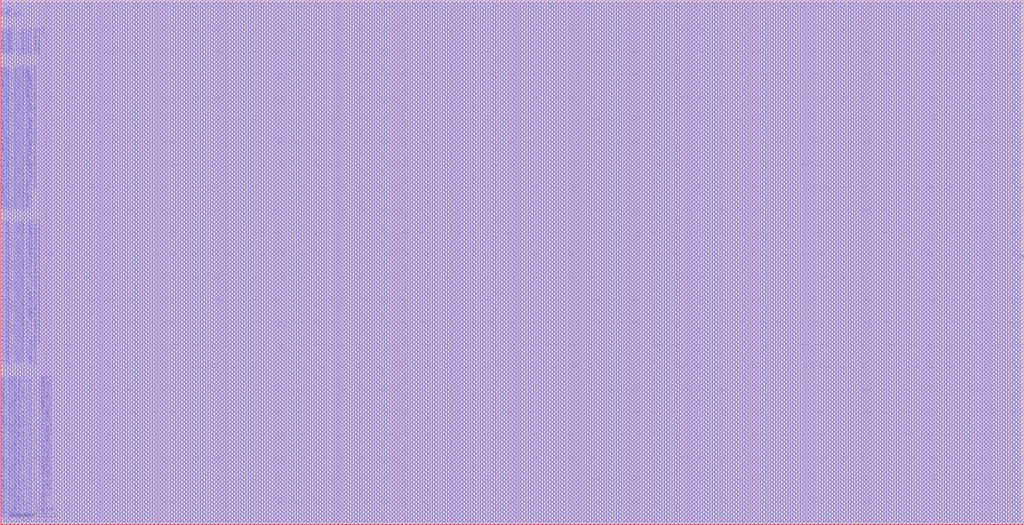
<source format=lef>
VERSION 5.7 ;
BUSBITCHARS "[]" ;
MACRO fakeram65_2048x64
  FOREIGN fakeram65_2048x64 0 0 ;
  SYMMETRY X Y R90 ;
  SIZE 454.600 BY 233.200 ;
  CLASS BLOCK ;
  PIN w_mask_in[0]
    DIRECTION INPUT ;
    USE SIGNAL ;
    SHAPE ABUTMENT ;
    PORT
      LAYER M3 ;
      RECT 0.000 1.365 0.070 1.435 ;
    END
  END w_mask_in[0]
  PIN w_mask_in[1]
    DIRECTION INPUT ;
    USE SIGNAL ;
    SHAPE ABUTMENT ;
    PORT
      LAYER M3 ;
      RECT 0.000 2.345 0.070 2.415 ;
    END
  END w_mask_in[1]
  PIN w_mask_in[2]
    DIRECTION INPUT ;
    USE SIGNAL ;
    SHAPE ABUTMENT ;
    PORT
      LAYER M3 ;
      RECT 0.000 3.325 0.070 3.395 ;
    END
  END w_mask_in[2]
  PIN w_mask_in[3]
    DIRECTION INPUT ;
    USE SIGNAL ;
    SHAPE ABUTMENT ;
    PORT
      LAYER M3 ;
      RECT 0.000 4.305 0.070 4.375 ;
    END
  END w_mask_in[3]
  PIN w_mask_in[4]
    DIRECTION INPUT ;
    USE SIGNAL ;
    SHAPE ABUTMENT ;
    PORT
      LAYER M3 ;
      RECT 0.000 5.285 0.070 5.355 ;
    END
  END w_mask_in[4]
  PIN w_mask_in[5]
    DIRECTION INPUT ;
    USE SIGNAL ;
    SHAPE ABUTMENT ;
    PORT
      LAYER M3 ;
      RECT 0.000 6.265 0.070 6.335 ;
    END
  END w_mask_in[5]
  PIN w_mask_in[6]
    DIRECTION INPUT ;
    USE SIGNAL ;
    SHAPE ABUTMENT ;
    PORT
      LAYER M3 ;
      RECT 0.000 7.245 0.070 7.315 ;
    END
  END w_mask_in[6]
  PIN w_mask_in[7]
    DIRECTION INPUT ;
    USE SIGNAL ;
    SHAPE ABUTMENT ;
    PORT
      LAYER M3 ;
      RECT 0.000 8.225 0.070 8.295 ;
    END
  END w_mask_in[7]
  PIN w_mask_in[8]
    DIRECTION INPUT ;
    USE SIGNAL ;
    SHAPE ABUTMENT ;
    PORT
      LAYER M3 ;
      RECT 0.000 9.205 0.070 9.275 ;
    END
  END w_mask_in[8]
  PIN w_mask_in[9]
    DIRECTION INPUT ;
    USE SIGNAL ;
    SHAPE ABUTMENT ;
    PORT
      LAYER M3 ;
      RECT 0.000 10.185 0.070 10.255 ;
    END
  END w_mask_in[9]
  PIN w_mask_in[10]
    DIRECTION INPUT ;
    USE SIGNAL ;
    SHAPE ABUTMENT ;
    PORT
      LAYER M3 ;
      RECT 0.000 11.165 0.070 11.235 ;
    END
  END w_mask_in[10]
  PIN w_mask_in[11]
    DIRECTION INPUT ;
    USE SIGNAL ;
    SHAPE ABUTMENT ;
    PORT
      LAYER M3 ;
      RECT 0.000 12.145 0.070 12.215 ;
    END
  END w_mask_in[11]
  PIN w_mask_in[12]
    DIRECTION INPUT ;
    USE SIGNAL ;
    SHAPE ABUTMENT ;
    PORT
      LAYER M3 ;
      RECT 0.000 13.125 0.070 13.195 ;
    END
  END w_mask_in[12]
  PIN w_mask_in[13]
    DIRECTION INPUT ;
    USE SIGNAL ;
    SHAPE ABUTMENT ;
    PORT
      LAYER M3 ;
      RECT 0.000 14.105 0.070 14.175 ;
    END
  END w_mask_in[13]
  PIN w_mask_in[14]
    DIRECTION INPUT ;
    USE SIGNAL ;
    SHAPE ABUTMENT ;
    PORT
      LAYER M3 ;
      RECT 0.000 15.085 0.070 15.155 ;
    END
  END w_mask_in[14]
  PIN w_mask_in[15]
    DIRECTION INPUT ;
    USE SIGNAL ;
    SHAPE ABUTMENT ;
    PORT
      LAYER M3 ;
      RECT 0.000 16.065 0.070 16.135 ;
    END
  END w_mask_in[15]
  PIN w_mask_in[16]
    DIRECTION INPUT ;
    USE SIGNAL ;
    SHAPE ABUTMENT ;
    PORT
      LAYER M3 ;
      RECT 0.000 17.045 0.070 17.115 ;
    END
  END w_mask_in[16]
  PIN w_mask_in[17]
    DIRECTION INPUT ;
    USE SIGNAL ;
    SHAPE ABUTMENT ;
    PORT
      LAYER M3 ;
      RECT 0.000 18.025 0.070 18.095 ;
    END
  END w_mask_in[17]
  PIN w_mask_in[18]
    DIRECTION INPUT ;
    USE SIGNAL ;
    SHAPE ABUTMENT ;
    PORT
      LAYER M3 ;
      RECT 0.000 19.005 0.070 19.075 ;
    END
  END w_mask_in[18]
  PIN w_mask_in[19]
    DIRECTION INPUT ;
    USE SIGNAL ;
    SHAPE ABUTMENT ;
    PORT
      LAYER M3 ;
      RECT 0.000 19.985 0.070 20.055 ;
    END
  END w_mask_in[19]
  PIN w_mask_in[20]
    DIRECTION INPUT ;
    USE SIGNAL ;
    SHAPE ABUTMENT ;
    PORT
      LAYER M3 ;
      RECT 0.000 20.965 0.070 21.035 ;
    END
  END w_mask_in[20]
  PIN w_mask_in[21]
    DIRECTION INPUT ;
    USE SIGNAL ;
    SHAPE ABUTMENT ;
    PORT
      LAYER M3 ;
      RECT 0.000 21.945 0.070 22.015 ;
    END
  END w_mask_in[21]
  PIN w_mask_in[22]
    DIRECTION INPUT ;
    USE SIGNAL ;
    SHAPE ABUTMENT ;
    PORT
      LAYER M3 ;
      RECT 0.000 22.925 0.070 22.995 ;
    END
  END w_mask_in[22]
  PIN w_mask_in[23]
    DIRECTION INPUT ;
    USE SIGNAL ;
    SHAPE ABUTMENT ;
    PORT
      LAYER M3 ;
      RECT 0.000 23.905 0.070 23.975 ;
    END
  END w_mask_in[23]
  PIN w_mask_in[24]
    DIRECTION INPUT ;
    USE SIGNAL ;
    SHAPE ABUTMENT ;
    PORT
      LAYER M3 ;
      RECT 0.000 24.885 0.070 24.955 ;
    END
  END w_mask_in[24]
  PIN w_mask_in[25]
    DIRECTION INPUT ;
    USE SIGNAL ;
    SHAPE ABUTMENT ;
    PORT
      LAYER M3 ;
      RECT 0.000 25.865 0.070 25.935 ;
    END
  END w_mask_in[25]
  PIN w_mask_in[26]
    DIRECTION INPUT ;
    USE SIGNAL ;
    SHAPE ABUTMENT ;
    PORT
      LAYER M3 ;
      RECT 0.000 26.845 0.070 26.915 ;
    END
  END w_mask_in[26]
  PIN w_mask_in[27]
    DIRECTION INPUT ;
    USE SIGNAL ;
    SHAPE ABUTMENT ;
    PORT
      LAYER M3 ;
      RECT 0.000 27.825 0.070 27.895 ;
    END
  END w_mask_in[27]
  PIN w_mask_in[28]
    DIRECTION INPUT ;
    USE SIGNAL ;
    SHAPE ABUTMENT ;
    PORT
      LAYER M3 ;
      RECT 0.000 28.805 0.070 28.875 ;
    END
  END w_mask_in[28]
  PIN w_mask_in[29]
    DIRECTION INPUT ;
    USE SIGNAL ;
    SHAPE ABUTMENT ;
    PORT
      LAYER M3 ;
      RECT 0.000 29.785 0.070 29.855 ;
    END
  END w_mask_in[29]
  PIN w_mask_in[30]
    DIRECTION INPUT ;
    USE SIGNAL ;
    SHAPE ABUTMENT ;
    PORT
      LAYER M3 ;
      RECT 0.000 30.765 0.070 30.835 ;
    END
  END w_mask_in[30]
  PIN w_mask_in[31]
    DIRECTION INPUT ;
    USE SIGNAL ;
    SHAPE ABUTMENT ;
    PORT
      LAYER M3 ;
      RECT 0.000 31.745 0.070 31.815 ;
    END
  END w_mask_in[31]
  PIN w_mask_in[32]
    DIRECTION INPUT ;
    USE SIGNAL ;
    SHAPE ABUTMENT ;
    PORT
      LAYER M3 ;
      RECT 0.000 32.725 0.070 32.795 ;
    END
  END w_mask_in[32]
  PIN w_mask_in[33]
    DIRECTION INPUT ;
    USE SIGNAL ;
    SHAPE ABUTMENT ;
    PORT
      LAYER M3 ;
      RECT 0.000 33.705 0.070 33.775 ;
    END
  END w_mask_in[33]
  PIN w_mask_in[34]
    DIRECTION INPUT ;
    USE SIGNAL ;
    SHAPE ABUTMENT ;
    PORT
      LAYER M3 ;
      RECT 0.000 34.685 0.070 34.755 ;
    END
  END w_mask_in[34]
  PIN w_mask_in[35]
    DIRECTION INPUT ;
    USE SIGNAL ;
    SHAPE ABUTMENT ;
    PORT
      LAYER M3 ;
      RECT 0.000 35.665 0.070 35.735 ;
    END
  END w_mask_in[35]
  PIN w_mask_in[36]
    DIRECTION INPUT ;
    USE SIGNAL ;
    SHAPE ABUTMENT ;
    PORT
      LAYER M3 ;
      RECT 0.000 36.645 0.070 36.715 ;
    END
  END w_mask_in[36]
  PIN w_mask_in[37]
    DIRECTION INPUT ;
    USE SIGNAL ;
    SHAPE ABUTMENT ;
    PORT
      LAYER M3 ;
      RECT 0.000 37.625 0.070 37.695 ;
    END
  END w_mask_in[37]
  PIN w_mask_in[38]
    DIRECTION INPUT ;
    USE SIGNAL ;
    SHAPE ABUTMENT ;
    PORT
      LAYER M3 ;
      RECT 0.000 38.605 0.070 38.675 ;
    END
  END w_mask_in[38]
  PIN w_mask_in[39]
    DIRECTION INPUT ;
    USE SIGNAL ;
    SHAPE ABUTMENT ;
    PORT
      LAYER M3 ;
      RECT 0.000 39.585 0.070 39.655 ;
    END
  END w_mask_in[39]
  PIN w_mask_in[40]
    DIRECTION INPUT ;
    USE SIGNAL ;
    SHAPE ABUTMENT ;
    PORT
      LAYER M3 ;
      RECT 0.000 40.565 0.070 40.635 ;
    END
  END w_mask_in[40]
  PIN w_mask_in[41]
    DIRECTION INPUT ;
    USE SIGNAL ;
    SHAPE ABUTMENT ;
    PORT
      LAYER M3 ;
      RECT 0.000 41.545 0.070 41.615 ;
    END
  END w_mask_in[41]
  PIN w_mask_in[42]
    DIRECTION INPUT ;
    USE SIGNAL ;
    SHAPE ABUTMENT ;
    PORT
      LAYER M3 ;
      RECT 0.000 42.525 0.070 42.595 ;
    END
  END w_mask_in[42]
  PIN w_mask_in[43]
    DIRECTION INPUT ;
    USE SIGNAL ;
    SHAPE ABUTMENT ;
    PORT
      LAYER M3 ;
      RECT 0.000 43.505 0.070 43.575 ;
    END
  END w_mask_in[43]
  PIN w_mask_in[44]
    DIRECTION INPUT ;
    USE SIGNAL ;
    SHAPE ABUTMENT ;
    PORT
      LAYER M3 ;
      RECT 0.000 44.485 0.070 44.555 ;
    END
  END w_mask_in[44]
  PIN w_mask_in[45]
    DIRECTION INPUT ;
    USE SIGNAL ;
    SHAPE ABUTMENT ;
    PORT
      LAYER M3 ;
      RECT 0.000 45.465 0.070 45.535 ;
    END
  END w_mask_in[45]
  PIN w_mask_in[46]
    DIRECTION INPUT ;
    USE SIGNAL ;
    SHAPE ABUTMENT ;
    PORT
      LAYER M3 ;
      RECT 0.000 46.445 0.070 46.515 ;
    END
  END w_mask_in[46]
  PIN w_mask_in[47]
    DIRECTION INPUT ;
    USE SIGNAL ;
    SHAPE ABUTMENT ;
    PORT
      LAYER M3 ;
      RECT 0.000 47.425 0.070 47.495 ;
    END
  END w_mask_in[47]
  PIN w_mask_in[48]
    DIRECTION INPUT ;
    USE SIGNAL ;
    SHAPE ABUTMENT ;
    PORT
      LAYER M3 ;
      RECT 0.000 48.405 0.070 48.475 ;
    END
  END w_mask_in[48]
  PIN w_mask_in[49]
    DIRECTION INPUT ;
    USE SIGNAL ;
    SHAPE ABUTMENT ;
    PORT
      LAYER M3 ;
      RECT 0.000 49.385 0.070 49.455 ;
    END
  END w_mask_in[49]
  PIN w_mask_in[50]
    DIRECTION INPUT ;
    USE SIGNAL ;
    SHAPE ABUTMENT ;
    PORT
      LAYER M3 ;
      RECT 0.000 50.365 0.070 50.435 ;
    END
  END w_mask_in[50]
  PIN w_mask_in[51]
    DIRECTION INPUT ;
    USE SIGNAL ;
    SHAPE ABUTMENT ;
    PORT
      LAYER M3 ;
      RECT 0.000 51.345 0.070 51.415 ;
    END
  END w_mask_in[51]
  PIN w_mask_in[52]
    DIRECTION INPUT ;
    USE SIGNAL ;
    SHAPE ABUTMENT ;
    PORT
      LAYER M3 ;
      RECT 0.000 52.325 0.070 52.395 ;
    END
  END w_mask_in[52]
  PIN w_mask_in[53]
    DIRECTION INPUT ;
    USE SIGNAL ;
    SHAPE ABUTMENT ;
    PORT
      LAYER M3 ;
      RECT 0.000 53.305 0.070 53.375 ;
    END
  END w_mask_in[53]
  PIN w_mask_in[54]
    DIRECTION INPUT ;
    USE SIGNAL ;
    SHAPE ABUTMENT ;
    PORT
      LAYER M3 ;
      RECT 0.000 54.285 0.070 54.355 ;
    END
  END w_mask_in[54]
  PIN w_mask_in[55]
    DIRECTION INPUT ;
    USE SIGNAL ;
    SHAPE ABUTMENT ;
    PORT
      LAYER M3 ;
      RECT 0.000 55.265 0.070 55.335 ;
    END
  END w_mask_in[55]
  PIN w_mask_in[56]
    DIRECTION INPUT ;
    USE SIGNAL ;
    SHAPE ABUTMENT ;
    PORT
      LAYER M3 ;
      RECT 0.000 56.245 0.070 56.315 ;
    END
  END w_mask_in[56]
  PIN w_mask_in[57]
    DIRECTION INPUT ;
    USE SIGNAL ;
    SHAPE ABUTMENT ;
    PORT
      LAYER M3 ;
      RECT 0.000 57.225 0.070 57.295 ;
    END
  END w_mask_in[57]
  PIN w_mask_in[58]
    DIRECTION INPUT ;
    USE SIGNAL ;
    SHAPE ABUTMENT ;
    PORT
      LAYER M3 ;
      RECT 0.000 58.205 0.070 58.275 ;
    END
  END w_mask_in[58]
  PIN w_mask_in[59]
    DIRECTION INPUT ;
    USE SIGNAL ;
    SHAPE ABUTMENT ;
    PORT
      LAYER M3 ;
      RECT 0.000 59.185 0.070 59.255 ;
    END
  END w_mask_in[59]
  PIN w_mask_in[60]
    DIRECTION INPUT ;
    USE SIGNAL ;
    SHAPE ABUTMENT ;
    PORT
      LAYER M3 ;
      RECT 0.000 60.165 0.070 60.235 ;
    END
  END w_mask_in[60]
  PIN w_mask_in[61]
    DIRECTION INPUT ;
    USE SIGNAL ;
    SHAPE ABUTMENT ;
    PORT
      LAYER M3 ;
      RECT 0.000 61.145 0.070 61.215 ;
    END
  END w_mask_in[61]
  PIN w_mask_in[62]
    DIRECTION INPUT ;
    USE SIGNAL ;
    SHAPE ABUTMENT ;
    PORT
      LAYER M3 ;
      RECT 0.000 62.125 0.070 62.195 ;
    END
  END w_mask_in[62]
  PIN w_mask_in[63]
    DIRECTION INPUT ;
    USE SIGNAL ;
    SHAPE ABUTMENT ;
    PORT
      LAYER M3 ;
      RECT 0.000 63.105 0.070 63.175 ;
    END
  END w_mask_in[63]
  PIN rd_out[0]
    DIRECTION OUTPUT ;
    USE SIGNAL ;
    SHAPE ABUTMENT ;
    PORT
      LAYER M3 ;
      RECT 0.000 70.105 0.070 70.175 ;
    END
  END rd_out[0]
  PIN rd_out[1]
    DIRECTION OUTPUT ;
    USE SIGNAL ;
    SHAPE ABUTMENT ;
    PORT
      LAYER M3 ;
      RECT 0.000 71.085 0.070 71.155 ;
    END
  END rd_out[1]
  PIN rd_out[2]
    DIRECTION OUTPUT ;
    USE SIGNAL ;
    SHAPE ABUTMENT ;
    PORT
      LAYER M3 ;
      RECT 0.000 72.065 0.070 72.135 ;
    END
  END rd_out[2]
  PIN rd_out[3]
    DIRECTION OUTPUT ;
    USE SIGNAL ;
    SHAPE ABUTMENT ;
    PORT
      LAYER M3 ;
      RECT 0.000 73.045 0.070 73.115 ;
    END
  END rd_out[3]
  PIN rd_out[4]
    DIRECTION OUTPUT ;
    USE SIGNAL ;
    SHAPE ABUTMENT ;
    PORT
      LAYER M3 ;
      RECT 0.000 74.025 0.070 74.095 ;
    END
  END rd_out[4]
  PIN rd_out[5]
    DIRECTION OUTPUT ;
    USE SIGNAL ;
    SHAPE ABUTMENT ;
    PORT
      LAYER M3 ;
      RECT 0.000 75.005 0.070 75.075 ;
    END
  END rd_out[5]
  PIN rd_out[6]
    DIRECTION OUTPUT ;
    USE SIGNAL ;
    SHAPE ABUTMENT ;
    PORT
      LAYER M3 ;
      RECT 0.000 75.985 0.070 76.055 ;
    END
  END rd_out[6]
  PIN rd_out[7]
    DIRECTION OUTPUT ;
    USE SIGNAL ;
    SHAPE ABUTMENT ;
    PORT
      LAYER M3 ;
      RECT 0.000 76.965 0.070 77.035 ;
    END
  END rd_out[7]
  PIN rd_out[8]
    DIRECTION OUTPUT ;
    USE SIGNAL ;
    SHAPE ABUTMENT ;
    PORT
      LAYER M3 ;
      RECT 0.000 77.945 0.070 78.015 ;
    END
  END rd_out[8]
  PIN rd_out[9]
    DIRECTION OUTPUT ;
    USE SIGNAL ;
    SHAPE ABUTMENT ;
    PORT
      LAYER M3 ;
      RECT 0.000 78.925 0.070 78.995 ;
    END
  END rd_out[9]
  PIN rd_out[10]
    DIRECTION OUTPUT ;
    USE SIGNAL ;
    SHAPE ABUTMENT ;
    PORT
      LAYER M3 ;
      RECT 0.000 79.905 0.070 79.975 ;
    END
  END rd_out[10]
  PIN rd_out[11]
    DIRECTION OUTPUT ;
    USE SIGNAL ;
    SHAPE ABUTMENT ;
    PORT
      LAYER M3 ;
      RECT 0.000 80.885 0.070 80.955 ;
    END
  END rd_out[11]
  PIN rd_out[12]
    DIRECTION OUTPUT ;
    USE SIGNAL ;
    SHAPE ABUTMENT ;
    PORT
      LAYER M3 ;
      RECT 0.000 81.865 0.070 81.935 ;
    END
  END rd_out[12]
  PIN rd_out[13]
    DIRECTION OUTPUT ;
    USE SIGNAL ;
    SHAPE ABUTMENT ;
    PORT
      LAYER M3 ;
      RECT 0.000 82.845 0.070 82.915 ;
    END
  END rd_out[13]
  PIN rd_out[14]
    DIRECTION OUTPUT ;
    USE SIGNAL ;
    SHAPE ABUTMENT ;
    PORT
      LAYER M3 ;
      RECT 0.000 83.825 0.070 83.895 ;
    END
  END rd_out[14]
  PIN rd_out[15]
    DIRECTION OUTPUT ;
    USE SIGNAL ;
    SHAPE ABUTMENT ;
    PORT
      LAYER M3 ;
      RECT 0.000 84.805 0.070 84.875 ;
    END
  END rd_out[15]
  PIN rd_out[16]
    DIRECTION OUTPUT ;
    USE SIGNAL ;
    SHAPE ABUTMENT ;
    PORT
      LAYER M3 ;
      RECT 0.000 85.785 0.070 85.855 ;
    END
  END rd_out[16]
  PIN rd_out[17]
    DIRECTION OUTPUT ;
    USE SIGNAL ;
    SHAPE ABUTMENT ;
    PORT
      LAYER M3 ;
      RECT 0.000 86.765 0.070 86.835 ;
    END
  END rd_out[17]
  PIN rd_out[18]
    DIRECTION OUTPUT ;
    USE SIGNAL ;
    SHAPE ABUTMENT ;
    PORT
      LAYER M3 ;
      RECT 0.000 87.745 0.070 87.815 ;
    END
  END rd_out[18]
  PIN rd_out[19]
    DIRECTION OUTPUT ;
    USE SIGNAL ;
    SHAPE ABUTMENT ;
    PORT
      LAYER M3 ;
      RECT 0.000 88.725 0.070 88.795 ;
    END
  END rd_out[19]
  PIN rd_out[20]
    DIRECTION OUTPUT ;
    USE SIGNAL ;
    SHAPE ABUTMENT ;
    PORT
      LAYER M3 ;
      RECT 0.000 89.705 0.070 89.775 ;
    END
  END rd_out[20]
  PIN rd_out[21]
    DIRECTION OUTPUT ;
    USE SIGNAL ;
    SHAPE ABUTMENT ;
    PORT
      LAYER M3 ;
      RECT 0.000 90.685 0.070 90.755 ;
    END
  END rd_out[21]
  PIN rd_out[22]
    DIRECTION OUTPUT ;
    USE SIGNAL ;
    SHAPE ABUTMENT ;
    PORT
      LAYER M3 ;
      RECT 0.000 91.665 0.070 91.735 ;
    END
  END rd_out[22]
  PIN rd_out[23]
    DIRECTION OUTPUT ;
    USE SIGNAL ;
    SHAPE ABUTMENT ;
    PORT
      LAYER M3 ;
      RECT 0.000 92.645 0.070 92.715 ;
    END
  END rd_out[23]
  PIN rd_out[24]
    DIRECTION OUTPUT ;
    USE SIGNAL ;
    SHAPE ABUTMENT ;
    PORT
      LAYER M3 ;
      RECT 0.000 93.625 0.070 93.695 ;
    END
  END rd_out[24]
  PIN rd_out[25]
    DIRECTION OUTPUT ;
    USE SIGNAL ;
    SHAPE ABUTMENT ;
    PORT
      LAYER M3 ;
      RECT 0.000 94.605 0.070 94.675 ;
    END
  END rd_out[25]
  PIN rd_out[26]
    DIRECTION OUTPUT ;
    USE SIGNAL ;
    SHAPE ABUTMENT ;
    PORT
      LAYER M3 ;
      RECT 0.000 95.585 0.070 95.655 ;
    END
  END rd_out[26]
  PIN rd_out[27]
    DIRECTION OUTPUT ;
    USE SIGNAL ;
    SHAPE ABUTMENT ;
    PORT
      LAYER M3 ;
      RECT 0.000 96.565 0.070 96.635 ;
    END
  END rd_out[27]
  PIN rd_out[28]
    DIRECTION OUTPUT ;
    USE SIGNAL ;
    SHAPE ABUTMENT ;
    PORT
      LAYER M3 ;
      RECT 0.000 97.545 0.070 97.615 ;
    END
  END rd_out[28]
  PIN rd_out[29]
    DIRECTION OUTPUT ;
    USE SIGNAL ;
    SHAPE ABUTMENT ;
    PORT
      LAYER M3 ;
      RECT 0.000 98.525 0.070 98.595 ;
    END
  END rd_out[29]
  PIN rd_out[30]
    DIRECTION OUTPUT ;
    USE SIGNAL ;
    SHAPE ABUTMENT ;
    PORT
      LAYER M3 ;
      RECT 0.000 99.505 0.070 99.575 ;
    END
  END rd_out[30]
  PIN rd_out[31]
    DIRECTION OUTPUT ;
    USE SIGNAL ;
    SHAPE ABUTMENT ;
    PORT
      LAYER M3 ;
      RECT 0.000 100.485 0.070 100.555 ;
    END
  END rd_out[31]
  PIN rd_out[32]
    DIRECTION OUTPUT ;
    USE SIGNAL ;
    SHAPE ABUTMENT ;
    PORT
      LAYER M3 ;
      RECT 0.000 101.465 0.070 101.535 ;
    END
  END rd_out[32]
  PIN rd_out[33]
    DIRECTION OUTPUT ;
    USE SIGNAL ;
    SHAPE ABUTMENT ;
    PORT
      LAYER M3 ;
      RECT 0.000 102.445 0.070 102.515 ;
    END
  END rd_out[33]
  PIN rd_out[34]
    DIRECTION OUTPUT ;
    USE SIGNAL ;
    SHAPE ABUTMENT ;
    PORT
      LAYER M3 ;
      RECT 0.000 103.425 0.070 103.495 ;
    END
  END rd_out[34]
  PIN rd_out[35]
    DIRECTION OUTPUT ;
    USE SIGNAL ;
    SHAPE ABUTMENT ;
    PORT
      LAYER M3 ;
      RECT 0.000 104.405 0.070 104.475 ;
    END
  END rd_out[35]
  PIN rd_out[36]
    DIRECTION OUTPUT ;
    USE SIGNAL ;
    SHAPE ABUTMENT ;
    PORT
      LAYER M3 ;
      RECT 0.000 105.385 0.070 105.455 ;
    END
  END rd_out[36]
  PIN rd_out[37]
    DIRECTION OUTPUT ;
    USE SIGNAL ;
    SHAPE ABUTMENT ;
    PORT
      LAYER M3 ;
      RECT 0.000 106.365 0.070 106.435 ;
    END
  END rd_out[37]
  PIN rd_out[38]
    DIRECTION OUTPUT ;
    USE SIGNAL ;
    SHAPE ABUTMENT ;
    PORT
      LAYER M3 ;
      RECT 0.000 107.345 0.070 107.415 ;
    END
  END rd_out[38]
  PIN rd_out[39]
    DIRECTION OUTPUT ;
    USE SIGNAL ;
    SHAPE ABUTMENT ;
    PORT
      LAYER M3 ;
      RECT 0.000 108.325 0.070 108.395 ;
    END
  END rd_out[39]
  PIN rd_out[40]
    DIRECTION OUTPUT ;
    USE SIGNAL ;
    SHAPE ABUTMENT ;
    PORT
      LAYER M3 ;
      RECT 0.000 109.305 0.070 109.375 ;
    END
  END rd_out[40]
  PIN rd_out[41]
    DIRECTION OUTPUT ;
    USE SIGNAL ;
    SHAPE ABUTMENT ;
    PORT
      LAYER M3 ;
      RECT 0.000 110.285 0.070 110.355 ;
    END
  END rd_out[41]
  PIN rd_out[42]
    DIRECTION OUTPUT ;
    USE SIGNAL ;
    SHAPE ABUTMENT ;
    PORT
      LAYER M3 ;
      RECT 0.000 111.265 0.070 111.335 ;
    END
  END rd_out[42]
  PIN rd_out[43]
    DIRECTION OUTPUT ;
    USE SIGNAL ;
    SHAPE ABUTMENT ;
    PORT
      LAYER M3 ;
      RECT 0.000 112.245 0.070 112.315 ;
    END
  END rd_out[43]
  PIN rd_out[44]
    DIRECTION OUTPUT ;
    USE SIGNAL ;
    SHAPE ABUTMENT ;
    PORT
      LAYER M3 ;
      RECT 0.000 113.225 0.070 113.295 ;
    END
  END rd_out[44]
  PIN rd_out[45]
    DIRECTION OUTPUT ;
    USE SIGNAL ;
    SHAPE ABUTMENT ;
    PORT
      LAYER M3 ;
      RECT 0.000 114.205 0.070 114.275 ;
    END
  END rd_out[45]
  PIN rd_out[46]
    DIRECTION OUTPUT ;
    USE SIGNAL ;
    SHAPE ABUTMENT ;
    PORT
      LAYER M3 ;
      RECT 0.000 115.185 0.070 115.255 ;
    END
  END rd_out[46]
  PIN rd_out[47]
    DIRECTION OUTPUT ;
    USE SIGNAL ;
    SHAPE ABUTMENT ;
    PORT
      LAYER M3 ;
      RECT 0.000 116.165 0.070 116.235 ;
    END
  END rd_out[47]
  PIN rd_out[48]
    DIRECTION OUTPUT ;
    USE SIGNAL ;
    SHAPE ABUTMENT ;
    PORT
      LAYER M3 ;
      RECT 0.000 117.145 0.070 117.215 ;
    END
  END rd_out[48]
  PIN rd_out[49]
    DIRECTION OUTPUT ;
    USE SIGNAL ;
    SHAPE ABUTMENT ;
    PORT
      LAYER M3 ;
      RECT 0.000 118.125 0.070 118.195 ;
    END
  END rd_out[49]
  PIN rd_out[50]
    DIRECTION OUTPUT ;
    USE SIGNAL ;
    SHAPE ABUTMENT ;
    PORT
      LAYER M3 ;
      RECT 0.000 119.105 0.070 119.175 ;
    END
  END rd_out[50]
  PIN rd_out[51]
    DIRECTION OUTPUT ;
    USE SIGNAL ;
    SHAPE ABUTMENT ;
    PORT
      LAYER M3 ;
      RECT 0.000 120.085 0.070 120.155 ;
    END
  END rd_out[51]
  PIN rd_out[52]
    DIRECTION OUTPUT ;
    USE SIGNAL ;
    SHAPE ABUTMENT ;
    PORT
      LAYER M3 ;
      RECT 0.000 121.065 0.070 121.135 ;
    END
  END rd_out[52]
  PIN rd_out[53]
    DIRECTION OUTPUT ;
    USE SIGNAL ;
    SHAPE ABUTMENT ;
    PORT
      LAYER M3 ;
      RECT 0.000 122.045 0.070 122.115 ;
    END
  END rd_out[53]
  PIN rd_out[54]
    DIRECTION OUTPUT ;
    USE SIGNAL ;
    SHAPE ABUTMENT ;
    PORT
      LAYER M3 ;
      RECT 0.000 123.025 0.070 123.095 ;
    END
  END rd_out[54]
  PIN rd_out[55]
    DIRECTION OUTPUT ;
    USE SIGNAL ;
    SHAPE ABUTMENT ;
    PORT
      LAYER M3 ;
      RECT 0.000 124.005 0.070 124.075 ;
    END
  END rd_out[55]
  PIN rd_out[56]
    DIRECTION OUTPUT ;
    USE SIGNAL ;
    SHAPE ABUTMENT ;
    PORT
      LAYER M3 ;
      RECT 0.000 124.985 0.070 125.055 ;
    END
  END rd_out[56]
  PIN rd_out[57]
    DIRECTION OUTPUT ;
    USE SIGNAL ;
    SHAPE ABUTMENT ;
    PORT
      LAYER M3 ;
      RECT 0.000 125.965 0.070 126.035 ;
    END
  END rd_out[57]
  PIN rd_out[58]
    DIRECTION OUTPUT ;
    USE SIGNAL ;
    SHAPE ABUTMENT ;
    PORT
      LAYER M3 ;
      RECT 0.000 126.945 0.070 127.015 ;
    END
  END rd_out[58]
  PIN rd_out[59]
    DIRECTION OUTPUT ;
    USE SIGNAL ;
    SHAPE ABUTMENT ;
    PORT
      LAYER M3 ;
      RECT 0.000 127.925 0.070 127.995 ;
    END
  END rd_out[59]
  PIN rd_out[60]
    DIRECTION OUTPUT ;
    USE SIGNAL ;
    SHAPE ABUTMENT ;
    PORT
      LAYER M3 ;
      RECT 0.000 128.905 0.070 128.975 ;
    END
  END rd_out[60]
  PIN rd_out[61]
    DIRECTION OUTPUT ;
    USE SIGNAL ;
    SHAPE ABUTMENT ;
    PORT
      LAYER M3 ;
      RECT 0.000 129.885 0.070 129.955 ;
    END
  END rd_out[61]
  PIN rd_out[62]
    DIRECTION OUTPUT ;
    USE SIGNAL ;
    SHAPE ABUTMENT ;
    PORT
      LAYER M3 ;
      RECT 0.000 130.865 0.070 130.935 ;
    END
  END rd_out[62]
  PIN rd_out[63]
    DIRECTION OUTPUT ;
    USE SIGNAL ;
    SHAPE ABUTMENT ;
    PORT
      LAYER M3 ;
      RECT 0.000 131.845 0.070 131.915 ;
    END
  END rd_out[63]
  PIN wd_in[0]
    DIRECTION INPUT ;
    USE SIGNAL ;
    SHAPE ABUTMENT ;
    PORT
      LAYER M3 ;
      RECT 0.000 138.845 0.070 138.915 ;
    END
  END wd_in[0]
  PIN wd_in[1]
    DIRECTION INPUT ;
    USE SIGNAL ;
    SHAPE ABUTMENT ;
    PORT
      LAYER M3 ;
      RECT 0.000 139.825 0.070 139.895 ;
    END
  END wd_in[1]
  PIN wd_in[2]
    DIRECTION INPUT ;
    USE SIGNAL ;
    SHAPE ABUTMENT ;
    PORT
      LAYER M3 ;
      RECT 0.000 140.805 0.070 140.875 ;
    END
  END wd_in[2]
  PIN wd_in[3]
    DIRECTION INPUT ;
    USE SIGNAL ;
    SHAPE ABUTMENT ;
    PORT
      LAYER M3 ;
      RECT 0.000 141.785 0.070 141.855 ;
    END
  END wd_in[3]
  PIN wd_in[4]
    DIRECTION INPUT ;
    USE SIGNAL ;
    SHAPE ABUTMENT ;
    PORT
      LAYER M3 ;
      RECT 0.000 142.765 0.070 142.835 ;
    END
  END wd_in[4]
  PIN wd_in[5]
    DIRECTION INPUT ;
    USE SIGNAL ;
    SHAPE ABUTMENT ;
    PORT
      LAYER M3 ;
      RECT 0.000 143.745 0.070 143.815 ;
    END
  END wd_in[5]
  PIN wd_in[6]
    DIRECTION INPUT ;
    USE SIGNAL ;
    SHAPE ABUTMENT ;
    PORT
      LAYER M3 ;
      RECT 0.000 144.725 0.070 144.795 ;
    END
  END wd_in[6]
  PIN wd_in[7]
    DIRECTION INPUT ;
    USE SIGNAL ;
    SHAPE ABUTMENT ;
    PORT
      LAYER M3 ;
      RECT 0.000 145.705 0.070 145.775 ;
    END
  END wd_in[7]
  PIN wd_in[8]
    DIRECTION INPUT ;
    USE SIGNAL ;
    SHAPE ABUTMENT ;
    PORT
      LAYER M3 ;
      RECT 0.000 146.685 0.070 146.755 ;
    END
  END wd_in[8]
  PIN wd_in[9]
    DIRECTION INPUT ;
    USE SIGNAL ;
    SHAPE ABUTMENT ;
    PORT
      LAYER M3 ;
      RECT 0.000 147.665 0.070 147.735 ;
    END
  END wd_in[9]
  PIN wd_in[10]
    DIRECTION INPUT ;
    USE SIGNAL ;
    SHAPE ABUTMENT ;
    PORT
      LAYER M3 ;
      RECT 0.000 148.645 0.070 148.715 ;
    END
  END wd_in[10]
  PIN wd_in[11]
    DIRECTION INPUT ;
    USE SIGNAL ;
    SHAPE ABUTMENT ;
    PORT
      LAYER M3 ;
      RECT 0.000 149.625 0.070 149.695 ;
    END
  END wd_in[11]
  PIN wd_in[12]
    DIRECTION INPUT ;
    USE SIGNAL ;
    SHAPE ABUTMENT ;
    PORT
      LAYER M3 ;
      RECT 0.000 150.605 0.070 150.675 ;
    END
  END wd_in[12]
  PIN wd_in[13]
    DIRECTION INPUT ;
    USE SIGNAL ;
    SHAPE ABUTMENT ;
    PORT
      LAYER M3 ;
      RECT 0.000 151.585 0.070 151.655 ;
    END
  END wd_in[13]
  PIN wd_in[14]
    DIRECTION INPUT ;
    USE SIGNAL ;
    SHAPE ABUTMENT ;
    PORT
      LAYER M3 ;
      RECT 0.000 152.565 0.070 152.635 ;
    END
  END wd_in[14]
  PIN wd_in[15]
    DIRECTION INPUT ;
    USE SIGNAL ;
    SHAPE ABUTMENT ;
    PORT
      LAYER M3 ;
      RECT 0.000 153.545 0.070 153.615 ;
    END
  END wd_in[15]
  PIN wd_in[16]
    DIRECTION INPUT ;
    USE SIGNAL ;
    SHAPE ABUTMENT ;
    PORT
      LAYER M3 ;
      RECT 0.000 154.525 0.070 154.595 ;
    END
  END wd_in[16]
  PIN wd_in[17]
    DIRECTION INPUT ;
    USE SIGNAL ;
    SHAPE ABUTMENT ;
    PORT
      LAYER M3 ;
      RECT 0.000 155.505 0.070 155.575 ;
    END
  END wd_in[17]
  PIN wd_in[18]
    DIRECTION INPUT ;
    USE SIGNAL ;
    SHAPE ABUTMENT ;
    PORT
      LAYER M3 ;
      RECT 0.000 156.485 0.070 156.555 ;
    END
  END wd_in[18]
  PIN wd_in[19]
    DIRECTION INPUT ;
    USE SIGNAL ;
    SHAPE ABUTMENT ;
    PORT
      LAYER M3 ;
      RECT 0.000 157.465 0.070 157.535 ;
    END
  END wd_in[19]
  PIN wd_in[20]
    DIRECTION INPUT ;
    USE SIGNAL ;
    SHAPE ABUTMENT ;
    PORT
      LAYER M3 ;
      RECT 0.000 158.445 0.070 158.515 ;
    END
  END wd_in[20]
  PIN wd_in[21]
    DIRECTION INPUT ;
    USE SIGNAL ;
    SHAPE ABUTMENT ;
    PORT
      LAYER M3 ;
      RECT 0.000 159.425 0.070 159.495 ;
    END
  END wd_in[21]
  PIN wd_in[22]
    DIRECTION INPUT ;
    USE SIGNAL ;
    SHAPE ABUTMENT ;
    PORT
      LAYER M3 ;
      RECT 0.000 160.405 0.070 160.475 ;
    END
  END wd_in[22]
  PIN wd_in[23]
    DIRECTION INPUT ;
    USE SIGNAL ;
    SHAPE ABUTMENT ;
    PORT
      LAYER M3 ;
      RECT 0.000 161.385 0.070 161.455 ;
    END
  END wd_in[23]
  PIN wd_in[24]
    DIRECTION INPUT ;
    USE SIGNAL ;
    SHAPE ABUTMENT ;
    PORT
      LAYER M3 ;
      RECT 0.000 162.365 0.070 162.435 ;
    END
  END wd_in[24]
  PIN wd_in[25]
    DIRECTION INPUT ;
    USE SIGNAL ;
    SHAPE ABUTMENT ;
    PORT
      LAYER M3 ;
      RECT 0.000 163.345 0.070 163.415 ;
    END
  END wd_in[25]
  PIN wd_in[26]
    DIRECTION INPUT ;
    USE SIGNAL ;
    SHAPE ABUTMENT ;
    PORT
      LAYER M3 ;
      RECT 0.000 164.325 0.070 164.395 ;
    END
  END wd_in[26]
  PIN wd_in[27]
    DIRECTION INPUT ;
    USE SIGNAL ;
    SHAPE ABUTMENT ;
    PORT
      LAYER M3 ;
      RECT 0.000 165.305 0.070 165.375 ;
    END
  END wd_in[27]
  PIN wd_in[28]
    DIRECTION INPUT ;
    USE SIGNAL ;
    SHAPE ABUTMENT ;
    PORT
      LAYER M3 ;
      RECT 0.000 166.285 0.070 166.355 ;
    END
  END wd_in[28]
  PIN wd_in[29]
    DIRECTION INPUT ;
    USE SIGNAL ;
    SHAPE ABUTMENT ;
    PORT
      LAYER M3 ;
      RECT 0.000 167.265 0.070 167.335 ;
    END
  END wd_in[29]
  PIN wd_in[30]
    DIRECTION INPUT ;
    USE SIGNAL ;
    SHAPE ABUTMENT ;
    PORT
      LAYER M3 ;
      RECT 0.000 168.245 0.070 168.315 ;
    END
  END wd_in[30]
  PIN wd_in[31]
    DIRECTION INPUT ;
    USE SIGNAL ;
    SHAPE ABUTMENT ;
    PORT
      LAYER M3 ;
      RECT 0.000 169.225 0.070 169.295 ;
    END
  END wd_in[31]
  PIN wd_in[32]
    DIRECTION INPUT ;
    USE SIGNAL ;
    SHAPE ABUTMENT ;
    PORT
      LAYER M3 ;
      RECT 0.000 170.205 0.070 170.275 ;
    END
  END wd_in[32]
  PIN wd_in[33]
    DIRECTION INPUT ;
    USE SIGNAL ;
    SHAPE ABUTMENT ;
    PORT
      LAYER M3 ;
      RECT 0.000 171.185 0.070 171.255 ;
    END
  END wd_in[33]
  PIN wd_in[34]
    DIRECTION INPUT ;
    USE SIGNAL ;
    SHAPE ABUTMENT ;
    PORT
      LAYER M3 ;
      RECT 0.000 172.165 0.070 172.235 ;
    END
  END wd_in[34]
  PIN wd_in[35]
    DIRECTION INPUT ;
    USE SIGNAL ;
    SHAPE ABUTMENT ;
    PORT
      LAYER M3 ;
      RECT 0.000 173.145 0.070 173.215 ;
    END
  END wd_in[35]
  PIN wd_in[36]
    DIRECTION INPUT ;
    USE SIGNAL ;
    SHAPE ABUTMENT ;
    PORT
      LAYER M3 ;
      RECT 0.000 174.125 0.070 174.195 ;
    END
  END wd_in[36]
  PIN wd_in[37]
    DIRECTION INPUT ;
    USE SIGNAL ;
    SHAPE ABUTMENT ;
    PORT
      LAYER M3 ;
      RECT 0.000 175.105 0.070 175.175 ;
    END
  END wd_in[37]
  PIN wd_in[38]
    DIRECTION INPUT ;
    USE SIGNAL ;
    SHAPE ABUTMENT ;
    PORT
      LAYER M3 ;
      RECT 0.000 176.085 0.070 176.155 ;
    END
  END wd_in[38]
  PIN wd_in[39]
    DIRECTION INPUT ;
    USE SIGNAL ;
    SHAPE ABUTMENT ;
    PORT
      LAYER M3 ;
      RECT 0.000 177.065 0.070 177.135 ;
    END
  END wd_in[39]
  PIN wd_in[40]
    DIRECTION INPUT ;
    USE SIGNAL ;
    SHAPE ABUTMENT ;
    PORT
      LAYER M3 ;
      RECT 0.000 178.045 0.070 178.115 ;
    END
  END wd_in[40]
  PIN wd_in[41]
    DIRECTION INPUT ;
    USE SIGNAL ;
    SHAPE ABUTMENT ;
    PORT
      LAYER M3 ;
      RECT 0.000 179.025 0.070 179.095 ;
    END
  END wd_in[41]
  PIN wd_in[42]
    DIRECTION INPUT ;
    USE SIGNAL ;
    SHAPE ABUTMENT ;
    PORT
      LAYER M3 ;
      RECT 0.000 180.005 0.070 180.075 ;
    END
  END wd_in[42]
  PIN wd_in[43]
    DIRECTION INPUT ;
    USE SIGNAL ;
    SHAPE ABUTMENT ;
    PORT
      LAYER M3 ;
      RECT 0.000 180.985 0.070 181.055 ;
    END
  END wd_in[43]
  PIN wd_in[44]
    DIRECTION INPUT ;
    USE SIGNAL ;
    SHAPE ABUTMENT ;
    PORT
      LAYER M3 ;
      RECT 0.000 181.965 0.070 182.035 ;
    END
  END wd_in[44]
  PIN wd_in[45]
    DIRECTION INPUT ;
    USE SIGNAL ;
    SHAPE ABUTMENT ;
    PORT
      LAYER M3 ;
      RECT 0.000 182.945 0.070 183.015 ;
    END
  END wd_in[45]
  PIN wd_in[46]
    DIRECTION INPUT ;
    USE SIGNAL ;
    SHAPE ABUTMENT ;
    PORT
      LAYER M3 ;
      RECT 0.000 183.925 0.070 183.995 ;
    END
  END wd_in[46]
  PIN wd_in[47]
    DIRECTION INPUT ;
    USE SIGNAL ;
    SHAPE ABUTMENT ;
    PORT
      LAYER M3 ;
      RECT 0.000 184.905 0.070 184.975 ;
    END
  END wd_in[47]
  PIN wd_in[48]
    DIRECTION INPUT ;
    USE SIGNAL ;
    SHAPE ABUTMENT ;
    PORT
      LAYER M3 ;
      RECT 0.000 185.885 0.070 185.955 ;
    END
  END wd_in[48]
  PIN wd_in[49]
    DIRECTION INPUT ;
    USE SIGNAL ;
    SHAPE ABUTMENT ;
    PORT
      LAYER M3 ;
      RECT 0.000 186.865 0.070 186.935 ;
    END
  END wd_in[49]
  PIN wd_in[50]
    DIRECTION INPUT ;
    USE SIGNAL ;
    SHAPE ABUTMENT ;
    PORT
      LAYER M3 ;
      RECT 0.000 187.845 0.070 187.915 ;
    END
  END wd_in[50]
  PIN wd_in[51]
    DIRECTION INPUT ;
    USE SIGNAL ;
    SHAPE ABUTMENT ;
    PORT
      LAYER M3 ;
      RECT 0.000 188.825 0.070 188.895 ;
    END
  END wd_in[51]
  PIN wd_in[52]
    DIRECTION INPUT ;
    USE SIGNAL ;
    SHAPE ABUTMENT ;
    PORT
      LAYER M3 ;
      RECT 0.000 189.805 0.070 189.875 ;
    END
  END wd_in[52]
  PIN wd_in[53]
    DIRECTION INPUT ;
    USE SIGNAL ;
    SHAPE ABUTMENT ;
    PORT
      LAYER M3 ;
      RECT 0.000 190.785 0.070 190.855 ;
    END
  END wd_in[53]
  PIN wd_in[54]
    DIRECTION INPUT ;
    USE SIGNAL ;
    SHAPE ABUTMENT ;
    PORT
      LAYER M3 ;
      RECT 0.000 191.765 0.070 191.835 ;
    END
  END wd_in[54]
  PIN wd_in[55]
    DIRECTION INPUT ;
    USE SIGNAL ;
    SHAPE ABUTMENT ;
    PORT
      LAYER M3 ;
      RECT 0.000 192.745 0.070 192.815 ;
    END
  END wd_in[55]
  PIN wd_in[56]
    DIRECTION INPUT ;
    USE SIGNAL ;
    SHAPE ABUTMENT ;
    PORT
      LAYER M3 ;
      RECT 0.000 193.725 0.070 193.795 ;
    END
  END wd_in[56]
  PIN wd_in[57]
    DIRECTION INPUT ;
    USE SIGNAL ;
    SHAPE ABUTMENT ;
    PORT
      LAYER M3 ;
      RECT 0.000 194.705 0.070 194.775 ;
    END
  END wd_in[57]
  PIN wd_in[58]
    DIRECTION INPUT ;
    USE SIGNAL ;
    SHAPE ABUTMENT ;
    PORT
      LAYER M3 ;
      RECT 0.000 195.685 0.070 195.755 ;
    END
  END wd_in[58]
  PIN wd_in[59]
    DIRECTION INPUT ;
    USE SIGNAL ;
    SHAPE ABUTMENT ;
    PORT
      LAYER M3 ;
      RECT 0.000 196.665 0.070 196.735 ;
    END
  END wd_in[59]
  PIN wd_in[60]
    DIRECTION INPUT ;
    USE SIGNAL ;
    SHAPE ABUTMENT ;
    PORT
      LAYER M3 ;
      RECT 0.000 197.645 0.070 197.715 ;
    END
  END wd_in[60]
  PIN wd_in[61]
    DIRECTION INPUT ;
    USE SIGNAL ;
    SHAPE ABUTMENT ;
    PORT
      LAYER M3 ;
      RECT 0.000 198.625 0.070 198.695 ;
    END
  END wd_in[61]
  PIN wd_in[62]
    DIRECTION INPUT ;
    USE SIGNAL ;
    SHAPE ABUTMENT ;
    PORT
      LAYER M3 ;
      RECT 0.000 199.605 0.070 199.675 ;
    END
  END wd_in[62]
  PIN wd_in[63]
    DIRECTION INPUT ;
    USE SIGNAL ;
    SHAPE ABUTMENT ;
    PORT
      LAYER M3 ;
      RECT 0.000 200.585 0.070 200.655 ;
    END
  END wd_in[63]
  PIN addr_in[0]
    DIRECTION INPUT ;
    USE SIGNAL ;
    SHAPE ABUTMENT ;
    PORT
      LAYER M3 ;
      RECT 0.000 207.585 0.070 207.655 ;
    END
  END addr_in[0]
  PIN addr_in[1]
    DIRECTION INPUT ;
    USE SIGNAL ;
    SHAPE ABUTMENT ;
    PORT
      LAYER M3 ;
      RECT 0.000 208.565 0.070 208.635 ;
    END
  END addr_in[1]
  PIN addr_in[2]
    DIRECTION INPUT ;
    USE SIGNAL ;
    SHAPE ABUTMENT ;
    PORT
      LAYER M3 ;
      RECT 0.000 209.545 0.070 209.615 ;
    END
  END addr_in[2]
  PIN addr_in[3]
    DIRECTION INPUT ;
    USE SIGNAL ;
    SHAPE ABUTMENT ;
    PORT
      LAYER M3 ;
      RECT 0.000 210.525 0.070 210.595 ;
    END
  END addr_in[3]
  PIN addr_in[4]
    DIRECTION INPUT ;
    USE SIGNAL ;
    SHAPE ABUTMENT ;
    PORT
      LAYER M3 ;
      RECT 0.000 211.505 0.070 211.575 ;
    END
  END addr_in[4]
  PIN addr_in[5]
    DIRECTION INPUT ;
    USE SIGNAL ;
    SHAPE ABUTMENT ;
    PORT
      LAYER M3 ;
      RECT 0.000 212.485 0.070 212.555 ;
    END
  END addr_in[5]
  PIN addr_in[6]
    DIRECTION INPUT ;
    USE SIGNAL ;
    SHAPE ABUTMENT ;
    PORT
      LAYER M3 ;
      RECT 0.000 213.465 0.070 213.535 ;
    END
  END addr_in[6]
  PIN addr_in[7]
    DIRECTION INPUT ;
    USE SIGNAL ;
    SHAPE ABUTMENT ;
    PORT
      LAYER M3 ;
      RECT 0.000 214.445 0.070 214.515 ;
    END
  END addr_in[7]
  PIN addr_in[8]
    DIRECTION INPUT ;
    USE SIGNAL ;
    SHAPE ABUTMENT ;
    PORT
      LAYER M3 ;
      RECT 0.000 215.425 0.070 215.495 ;
    END
  END addr_in[8]
  PIN addr_in[9]
    DIRECTION INPUT ;
    USE SIGNAL ;
    SHAPE ABUTMENT ;
    PORT
      LAYER M3 ;
      RECT 0.000 216.405 0.070 216.475 ;
    END
  END addr_in[9]
  PIN addr_in[10]
    DIRECTION INPUT ;
    USE SIGNAL ;
    SHAPE ABUTMENT ;
    PORT
      LAYER M3 ;
      RECT 0.000 217.385 0.070 217.455 ;
    END
  END addr_in[10]
  PIN we_in
    DIRECTION INPUT ;
    USE SIGNAL ;
    SHAPE ABUTMENT ;
    PORT
      LAYER M3 ;
      RECT 0.000 224.385 0.070 224.455 ;
    END
  END we_in
  PIN ce_in
    DIRECTION INPUT ;
    USE SIGNAL ;
    SHAPE ABUTMENT ;
    PORT
      LAYER M3 ;
      RECT 0.000 225.365 0.070 225.435 ;
    END
  END ce_in
  PIN clk
    DIRECTION INPUT ;
    USE SIGNAL ;
    SHAPE ABUTMENT ;
    PORT
      LAYER M3 ;
      RECT 0.000 226.345 0.070 226.415 ;
    END
  END clk
  PIN VSS
    DIRECTION INOUT ;
    USE GROUND ;
    PORT
      LAYER M4 ;
      RECT 1.260 1.400 1.540 231.800 ;
      RECT 3.500 1.400 3.780 231.800 ;
      RECT 5.740 1.400 6.020 231.800 ;
      RECT 7.980 1.400 8.260 231.800 ;
      RECT 10.220 1.400 10.500 231.800 ;
      RECT 12.460 1.400 12.740 231.800 ;
      RECT 14.700 1.400 14.980 231.800 ;
      RECT 16.940 1.400 17.220 231.800 ;
      RECT 19.180 1.400 19.460 231.800 ;
      RECT 21.420 1.400 21.700 231.800 ;
      RECT 23.660 1.400 23.940 231.800 ;
      RECT 25.900 1.400 26.180 231.800 ;
      RECT 28.140 1.400 28.420 231.800 ;
      RECT 30.380 1.400 30.660 231.800 ;
      RECT 32.620 1.400 32.900 231.800 ;
      RECT 34.860 1.400 35.140 231.800 ;
      RECT 37.100 1.400 37.380 231.800 ;
      RECT 39.340 1.400 39.620 231.800 ;
      RECT 41.580 1.400 41.860 231.800 ;
      RECT 43.820 1.400 44.100 231.800 ;
      RECT 46.060 1.400 46.340 231.800 ;
      RECT 48.300 1.400 48.580 231.800 ;
      RECT 50.540 1.400 50.820 231.800 ;
      RECT 52.780 1.400 53.060 231.800 ;
      RECT 55.020 1.400 55.300 231.800 ;
      RECT 57.260 1.400 57.540 231.800 ;
      RECT 59.500 1.400 59.780 231.800 ;
      RECT 61.740 1.400 62.020 231.800 ;
      RECT 63.980 1.400 64.260 231.800 ;
      RECT 66.220 1.400 66.500 231.800 ;
      RECT 68.460 1.400 68.740 231.800 ;
      RECT 70.700 1.400 70.980 231.800 ;
      RECT 72.940 1.400 73.220 231.800 ;
      RECT 75.180 1.400 75.460 231.800 ;
      RECT 77.420 1.400 77.700 231.800 ;
      RECT 79.660 1.400 79.940 231.800 ;
      RECT 81.900 1.400 82.180 231.800 ;
      RECT 84.140 1.400 84.420 231.800 ;
      RECT 86.380 1.400 86.660 231.800 ;
      RECT 88.620 1.400 88.900 231.800 ;
      RECT 90.860 1.400 91.140 231.800 ;
      RECT 93.100 1.400 93.380 231.800 ;
      RECT 95.340 1.400 95.620 231.800 ;
      RECT 97.580 1.400 97.860 231.800 ;
      RECT 99.820 1.400 100.100 231.800 ;
      RECT 102.060 1.400 102.340 231.800 ;
      RECT 104.300 1.400 104.580 231.800 ;
      RECT 106.540 1.400 106.820 231.800 ;
      RECT 108.780 1.400 109.060 231.800 ;
      RECT 111.020 1.400 111.300 231.800 ;
      RECT 113.260 1.400 113.540 231.800 ;
      RECT 115.500 1.400 115.780 231.800 ;
      RECT 117.740 1.400 118.020 231.800 ;
      RECT 119.980 1.400 120.260 231.800 ;
      RECT 122.220 1.400 122.500 231.800 ;
      RECT 124.460 1.400 124.740 231.800 ;
      RECT 126.700 1.400 126.980 231.800 ;
      RECT 128.940 1.400 129.220 231.800 ;
      RECT 131.180 1.400 131.460 231.800 ;
      RECT 133.420 1.400 133.700 231.800 ;
      RECT 135.660 1.400 135.940 231.800 ;
      RECT 137.900 1.400 138.180 231.800 ;
      RECT 140.140 1.400 140.420 231.800 ;
      RECT 142.380 1.400 142.660 231.800 ;
      RECT 144.620 1.400 144.900 231.800 ;
      RECT 146.860 1.400 147.140 231.800 ;
      RECT 149.100 1.400 149.380 231.800 ;
      RECT 151.340 1.400 151.620 231.800 ;
      RECT 153.580 1.400 153.860 231.800 ;
      RECT 155.820 1.400 156.100 231.800 ;
      RECT 158.060 1.400 158.340 231.800 ;
      RECT 160.300 1.400 160.580 231.800 ;
      RECT 162.540 1.400 162.820 231.800 ;
      RECT 164.780 1.400 165.060 231.800 ;
      RECT 167.020 1.400 167.300 231.800 ;
      RECT 169.260 1.400 169.540 231.800 ;
      RECT 171.500 1.400 171.780 231.800 ;
      RECT 173.740 1.400 174.020 231.800 ;
      RECT 175.980 1.400 176.260 231.800 ;
      RECT 178.220 1.400 178.500 231.800 ;
      RECT 180.460 1.400 180.740 231.800 ;
      RECT 182.700 1.400 182.980 231.800 ;
      RECT 184.940 1.400 185.220 231.800 ;
      RECT 187.180 1.400 187.460 231.800 ;
      RECT 189.420 1.400 189.700 231.800 ;
      RECT 191.660 1.400 191.940 231.800 ;
      RECT 193.900 1.400 194.180 231.800 ;
      RECT 196.140 1.400 196.420 231.800 ;
      RECT 198.380 1.400 198.660 231.800 ;
      RECT 200.620 1.400 200.900 231.800 ;
      RECT 202.860 1.400 203.140 231.800 ;
      RECT 205.100 1.400 205.380 231.800 ;
      RECT 207.340 1.400 207.620 231.800 ;
      RECT 209.580 1.400 209.860 231.800 ;
      RECT 211.820 1.400 212.100 231.800 ;
      RECT 214.060 1.400 214.340 231.800 ;
      RECT 216.300 1.400 216.580 231.800 ;
      RECT 218.540 1.400 218.820 231.800 ;
      RECT 220.780 1.400 221.060 231.800 ;
      RECT 223.020 1.400 223.300 231.800 ;
      RECT 225.260 1.400 225.540 231.800 ;
      RECT 227.500 1.400 227.780 231.800 ;
      RECT 229.740 1.400 230.020 231.800 ;
      RECT 231.980 1.400 232.260 231.800 ;
      RECT 234.220 1.400 234.500 231.800 ;
      RECT 236.460 1.400 236.740 231.800 ;
      RECT 238.700 1.400 238.980 231.800 ;
      RECT 240.940 1.400 241.220 231.800 ;
      RECT 243.180 1.400 243.460 231.800 ;
      RECT 245.420 1.400 245.700 231.800 ;
      RECT 247.660 1.400 247.940 231.800 ;
      RECT 249.900 1.400 250.180 231.800 ;
      RECT 252.140 1.400 252.420 231.800 ;
      RECT 254.380 1.400 254.660 231.800 ;
      RECT 256.620 1.400 256.900 231.800 ;
      RECT 258.860 1.400 259.140 231.800 ;
      RECT 261.100 1.400 261.380 231.800 ;
      RECT 263.340 1.400 263.620 231.800 ;
      RECT 265.580 1.400 265.860 231.800 ;
      RECT 267.820 1.400 268.100 231.800 ;
      RECT 270.060 1.400 270.340 231.800 ;
      RECT 272.300 1.400 272.580 231.800 ;
      RECT 274.540 1.400 274.820 231.800 ;
      RECT 276.780 1.400 277.060 231.800 ;
      RECT 279.020 1.400 279.300 231.800 ;
      RECT 281.260 1.400 281.540 231.800 ;
      RECT 283.500 1.400 283.780 231.800 ;
      RECT 285.740 1.400 286.020 231.800 ;
      RECT 287.980 1.400 288.260 231.800 ;
      RECT 290.220 1.400 290.500 231.800 ;
      RECT 292.460 1.400 292.740 231.800 ;
      RECT 294.700 1.400 294.980 231.800 ;
      RECT 296.940 1.400 297.220 231.800 ;
      RECT 299.180 1.400 299.460 231.800 ;
      RECT 301.420 1.400 301.700 231.800 ;
      RECT 303.660 1.400 303.940 231.800 ;
      RECT 305.900 1.400 306.180 231.800 ;
      RECT 308.140 1.400 308.420 231.800 ;
      RECT 310.380 1.400 310.660 231.800 ;
      RECT 312.620 1.400 312.900 231.800 ;
      RECT 314.860 1.400 315.140 231.800 ;
      RECT 317.100 1.400 317.380 231.800 ;
      RECT 319.340 1.400 319.620 231.800 ;
      RECT 321.580 1.400 321.860 231.800 ;
      RECT 323.820 1.400 324.100 231.800 ;
      RECT 326.060 1.400 326.340 231.800 ;
      RECT 328.300 1.400 328.580 231.800 ;
      RECT 330.540 1.400 330.820 231.800 ;
      RECT 332.780 1.400 333.060 231.800 ;
      RECT 335.020 1.400 335.300 231.800 ;
      RECT 337.260 1.400 337.540 231.800 ;
      RECT 339.500 1.400 339.780 231.800 ;
      RECT 341.740 1.400 342.020 231.800 ;
      RECT 343.980 1.400 344.260 231.800 ;
      RECT 346.220 1.400 346.500 231.800 ;
      RECT 348.460 1.400 348.740 231.800 ;
      RECT 350.700 1.400 350.980 231.800 ;
      RECT 352.940 1.400 353.220 231.800 ;
      RECT 355.180 1.400 355.460 231.800 ;
      RECT 357.420 1.400 357.700 231.800 ;
      RECT 359.660 1.400 359.940 231.800 ;
      RECT 361.900 1.400 362.180 231.800 ;
      RECT 364.140 1.400 364.420 231.800 ;
      RECT 366.380 1.400 366.660 231.800 ;
      RECT 368.620 1.400 368.900 231.800 ;
      RECT 370.860 1.400 371.140 231.800 ;
      RECT 373.100 1.400 373.380 231.800 ;
      RECT 375.340 1.400 375.620 231.800 ;
      RECT 377.580 1.400 377.860 231.800 ;
      RECT 379.820 1.400 380.100 231.800 ;
      RECT 382.060 1.400 382.340 231.800 ;
      RECT 384.300 1.400 384.580 231.800 ;
      RECT 386.540 1.400 386.820 231.800 ;
      RECT 388.780 1.400 389.060 231.800 ;
      RECT 391.020 1.400 391.300 231.800 ;
      RECT 393.260 1.400 393.540 231.800 ;
      RECT 395.500 1.400 395.780 231.800 ;
      RECT 397.740 1.400 398.020 231.800 ;
      RECT 399.980 1.400 400.260 231.800 ;
      RECT 402.220 1.400 402.500 231.800 ;
      RECT 404.460 1.400 404.740 231.800 ;
      RECT 406.700 1.400 406.980 231.800 ;
      RECT 408.940 1.400 409.220 231.800 ;
      RECT 411.180 1.400 411.460 231.800 ;
      RECT 413.420 1.400 413.700 231.800 ;
      RECT 415.660 1.400 415.940 231.800 ;
      RECT 417.900 1.400 418.180 231.800 ;
      RECT 420.140 1.400 420.420 231.800 ;
      RECT 422.380 1.400 422.660 231.800 ;
      RECT 424.620 1.400 424.900 231.800 ;
      RECT 426.860 1.400 427.140 231.800 ;
      RECT 429.100 1.400 429.380 231.800 ;
      RECT 431.340 1.400 431.620 231.800 ;
      RECT 433.580 1.400 433.860 231.800 ;
      RECT 435.820 1.400 436.100 231.800 ;
      RECT 438.060 1.400 438.340 231.800 ;
      RECT 440.300 1.400 440.580 231.800 ;
      RECT 442.540 1.400 442.820 231.800 ;
      RECT 444.780 1.400 445.060 231.800 ;
      RECT 447.020 1.400 447.300 231.800 ;
      RECT 449.260 1.400 449.540 231.800 ;
      RECT 451.500 1.400 451.780 231.800 ;
    END
  END VSS
  PIN VDD
    DIRECTION INOUT ;
    USE POWER ;
    PORT
      LAYER M4 ;
      RECT 2.380 1.400 2.660 231.800 ;
      RECT 4.620 1.400 4.900 231.800 ;
      RECT 6.860 1.400 7.140 231.800 ;
      RECT 9.100 1.400 9.380 231.800 ;
      RECT 11.340 1.400 11.620 231.800 ;
      RECT 13.580 1.400 13.860 231.800 ;
      RECT 15.820 1.400 16.100 231.800 ;
      RECT 18.060 1.400 18.340 231.800 ;
      RECT 20.300 1.400 20.580 231.800 ;
      RECT 22.540 1.400 22.820 231.800 ;
      RECT 24.780 1.400 25.060 231.800 ;
      RECT 27.020 1.400 27.300 231.800 ;
      RECT 29.260 1.400 29.540 231.800 ;
      RECT 31.500 1.400 31.780 231.800 ;
      RECT 33.740 1.400 34.020 231.800 ;
      RECT 35.980 1.400 36.260 231.800 ;
      RECT 38.220 1.400 38.500 231.800 ;
      RECT 40.460 1.400 40.740 231.800 ;
      RECT 42.700 1.400 42.980 231.800 ;
      RECT 44.940 1.400 45.220 231.800 ;
      RECT 47.180 1.400 47.460 231.800 ;
      RECT 49.420 1.400 49.700 231.800 ;
      RECT 51.660 1.400 51.940 231.800 ;
      RECT 53.900 1.400 54.180 231.800 ;
      RECT 56.140 1.400 56.420 231.800 ;
      RECT 58.380 1.400 58.660 231.800 ;
      RECT 60.620 1.400 60.900 231.800 ;
      RECT 62.860 1.400 63.140 231.800 ;
      RECT 65.100 1.400 65.380 231.800 ;
      RECT 67.340 1.400 67.620 231.800 ;
      RECT 69.580 1.400 69.860 231.800 ;
      RECT 71.820 1.400 72.100 231.800 ;
      RECT 74.060 1.400 74.340 231.800 ;
      RECT 76.300 1.400 76.580 231.800 ;
      RECT 78.540 1.400 78.820 231.800 ;
      RECT 80.780 1.400 81.060 231.800 ;
      RECT 83.020 1.400 83.300 231.800 ;
      RECT 85.260 1.400 85.540 231.800 ;
      RECT 87.500 1.400 87.780 231.800 ;
      RECT 89.740 1.400 90.020 231.800 ;
      RECT 91.980 1.400 92.260 231.800 ;
      RECT 94.220 1.400 94.500 231.800 ;
      RECT 96.460 1.400 96.740 231.800 ;
      RECT 98.700 1.400 98.980 231.800 ;
      RECT 100.940 1.400 101.220 231.800 ;
      RECT 103.180 1.400 103.460 231.800 ;
      RECT 105.420 1.400 105.700 231.800 ;
      RECT 107.660 1.400 107.940 231.800 ;
      RECT 109.900 1.400 110.180 231.800 ;
      RECT 112.140 1.400 112.420 231.800 ;
      RECT 114.380 1.400 114.660 231.800 ;
      RECT 116.620 1.400 116.900 231.800 ;
      RECT 118.860 1.400 119.140 231.800 ;
      RECT 121.100 1.400 121.380 231.800 ;
      RECT 123.340 1.400 123.620 231.800 ;
      RECT 125.580 1.400 125.860 231.800 ;
      RECT 127.820 1.400 128.100 231.800 ;
      RECT 130.060 1.400 130.340 231.800 ;
      RECT 132.300 1.400 132.580 231.800 ;
      RECT 134.540 1.400 134.820 231.800 ;
      RECT 136.780 1.400 137.060 231.800 ;
      RECT 139.020 1.400 139.300 231.800 ;
      RECT 141.260 1.400 141.540 231.800 ;
      RECT 143.500 1.400 143.780 231.800 ;
      RECT 145.740 1.400 146.020 231.800 ;
      RECT 147.980 1.400 148.260 231.800 ;
      RECT 150.220 1.400 150.500 231.800 ;
      RECT 152.460 1.400 152.740 231.800 ;
      RECT 154.700 1.400 154.980 231.800 ;
      RECT 156.940 1.400 157.220 231.800 ;
      RECT 159.180 1.400 159.460 231.800 ;
      RECT 161.420 1.400 161.700 231.800 ;
      RECT 163.660 1.400 163.940 231.800 ;
      RECT 165.900 1.400 166.180 231.800 ;
      RECT 168.140 1.400 168.420 231.800 ;
      RECT 170.380 1.400 170.660 231.800 ;
      RECT 172.620 1.400 172.900 231.800 ;
      RECT 174.860 1.400 175.140 231.800 ;
      RECT 177.100 1.400 177.380 231.800 ;
      RECT 179.340 1.400 179.620 231.800 ;
      RECT 181.580 1.400 181.860 231.800 ;
      RECT 183.820 1.400 184.100 231.800 ;
      RECT 186.060 1.400 186.340 231.800 ;
      RECT 188.300 1.400 188.580 231.800 ;
      RECT 190.540 1.400 190.820 231.800 ;
      RECT 192.780 1.400 193.060 231.800 ;
      RECT 195.020 1.400 195.300 231.800 ;
      RECT 197.260 1.400 197.540 231.800 ;
      RECT 199.500 1.400 199.780 231.800 ;
      RECT 201.740 1.400 202.020 231.800 ;
      RECT 203.980 1.400 204.260 231.800 ;
      RECT 206.220 1.400 206.500 231.800 ;
      RECT 208.460 1.400 208.740 231.800 ;
      RECT 210.700 1.400 210.980 231.800 ;
      RECT 212.940 1.400 213.220 231.800 ;
      RECT 215.180 1.400 215.460 231.800 ;
      RECT 217.420 1.400 217.700 231.800 ;
      RECT 219.660 1.400 219.940 231.800 ;
      RECT 221.900 1.400 222.180 231.800 ;
      RECT 224.140 1.400 224.420 231.800 ;
      RECT 226.380 1.400 226.660 231.800 ;
      RECT 228.620 1.400 228.900 231.800 ;
      RECT 230.860 1.400 231.140 231.800 ;
      RECT 233.100 1.400 233.380 231.800 ;
      RECT 235.340 1.400 235.620 231.800 ;
      RECT 237.580 1.400 237.860 231.800 ;
      RECT 239.820 1.400 240.100 231.800 ;
      RECT 242.060 1.400 242.340 231.800 ;
      RECT 244.300 1.400 244.580 231.800 ;
      RECT 246.540 1.400 246.820 231.800 ;
      RECT 248.780 1.400 249.060 231.800 ;
      RECT 251.020 1.400 251.300 231.800 ;
      RECT 253.260 1.400 253.540 231.800 ;
      RECT 255.500 1.400 255.780 231.800 ;
      RECT 257.740 1.400 258.020 231.800 ;
      RECT 259.980 1.400 260.260 231.800 ;
      RECT 262.220 1.400 262.500 231.800 ;
      RECT 264.460 1.400 264.740 231.800 ;
      RECT 266.700 1.400 266.980 231.800 ;
      RECT 268.940 1.400 269.220 231.800 ;
      RECT 271.180 1.400 271.460 231.800 ;
      RECT 273.420 1.400 273.700 231.800 ;
      RECT 275.660 1.400 275.940 231.800 ;
      RECT 277.900 1.400 278.180 231.800 ;
      RECT 280.140 1.400 280.420 231.800 ;
      RECT 282.380 1.400 282.660 231.800 ;
      RECT 284.620 1.400 284.900 231.800 ;
      RECT 286.860 1.400 287.140 231.800 ;
      RECT 289.100 1.400 289.380 231.800 ;
      RECT 291.340 1.400 291.620 231.800 ;
      RECT 293.580 1.400 293.860 231.800 ;
      RECT 295.820 1.400 296.100 231.800 ;
      RECT 298.060 1.400 298.340 231.800 ;
      RECT 300.300 1.400 300.580 231.800 ;
      RECT 302.540 1.400 302.820 231.800 ;
      RECT 304.780 1.400 305.060 231.800 ;
      RECT 307.020 1.400 307.300 231.800 ;
      RECT 309.260 1.400 309.540 231.800 ;
      RECT 311.500 1.400 311.780 231.800 ;
      RECT 313.740 1.400 314.020 231.800 ;
      RECT 315.980 1.400 316.260 231.800 ;
      RECT 318.220 1.400 318.500 231.800 ;
      RECT 320.460 1.400 320.740 231.800 ;
      RECT 322.700 1.400 322.980 231.800 ;
      RECT 324.940 1.400 325.220 231.800 ;
      RECT 327.180 1.400 327.460 231.800 ;
      RECT 329.420 1.400 329.700 231.800 ;
      RECT 331.660 1.400 331.940 231.800 ;
      RECT 333.900 1.400 334.180 231.800 ;
      RECT 336.140 1.400 336.420 231.800 ;
      RECT 338.380 1.400 338.660 231.800 ;
      RECT 340.620 1.400 340.900 231.800 ;
      RECT 342.860 1.400 343.140 231.800 ;
      RECT 345.100 1.400 345.380 231.800 ;
      RECT 347.340 1.400 347.620 231.800 ;
      RECT 349.580 1.400 349.860 231.800 ;
      RECT 351.820 1.400 352.100 231.800 ;
      RECT 354.060 1.400 354.340 231.800 ;
      RECT 356.300 1.400 356.580 231.800 ;
      RECT 358.540 1.400 358.820 231.800 ;
      RECT 360.780 1.400 361.060 231.800 ;
      RECT 363.020 1.400 363.300 231.800 ;
      RECT 365.260 1.400 365.540 231.800 ;
      RECT 367.500 1.400 367.780 231.800 ;
      RECT 369.740 1.400 370.020 231.800 ;
      RECT 371.980 1.400 372.260 231.800 ;
      RECT 374.220 1.400 374.500 231.800 ;
      RECT 376.460 1.400 376.740 231.800 ;
      RECT 378.700 1.400 378.980 231.800 ;
      RECT 380.940 1.400 381.220 231.800 ;
      RECT 383.180 1.400 383.460 231.800 ;
      RECT 385.420 1.400 385.700 231.800 ;
      RECT 387.660 1.400 387.940 231.800 ;
      RECT 389.900 1.400 390.180 231.800 ;
      RECT 392.140 1.400 392.420 231.800 ;
      RECT 394.380 1.400 394.660 231.800 ;
      RECT 396.620 1.400 396.900 231.800 ;
      RECT 398.860 1.400 399.140 231.800 ;
      RECT 401.100 1.400 401.380 231.800 ;
      RECT 403.340 1.400 403.620 231.800 ;
      RECT 405.580 1.400 405.860 231.800 ;
      RECT 407.820 1.400 408.100 231.800 ;
      RECT 410.060 1.400 410.340 231.800 ;
      RECT 412.300 1.400 412.580 231.800 ;
      RECT 414.540 1.400 414.820 231.800 ;
      RECT 416.780 1.400 417.060 231.800 ;
      RECT 419.020 1.400 419.300 231.800 ;
      RECT 421.260 1.400 421.540 231.800 ;
      RECT 423.500 1.400 423.780 231.800 ;
      RECT 425.740 1.400 426.020 231.800 ;
      RECT 427.980 1.400 428.260 231.800 ;
      RECT 430.220 1.400 430.500 231.800 ;
      RECT 432.460 1.400 432.740 231.800 ;
      RECT 434.700 1.400 434.980 231.800 ;
      RECT 436.940 1.400 437.220 231.800 ;
      RECT 439.180 1.400 439.460 231.800 ;
      RECT 441.420 1.400 441.700 231.800 ;
      RECT 443.660 1.400 443.940 231.800 ;
      RECT 445.900 1.400 446.180 231.800 ;
      RECT 448.140 1.400 448.420 231.800 ;
      RECT 450.380 1.400 450.660 231.800 ;
      RECT 452.620 1.400 452.900 231.800 ;
    END
  END VDD
  OBS
    LAYER M1 ;
    RECT 0 0 454.600 233.200 ;
    LAYER M2 ;
    RECT 0 0 454.600 233.200 ;
    LAYER M3 ;
    RECT 0.070 0 454.600 233.200 ;
    RECT 0 0.000 0.070 1.365 ;
    RECT 0 1.435 0.070 2.345 ;
    RECT 0 2.415 0.070 3.325 ;
    RECT 0 3.395 0.070 4.305 ;
    RECT 0 4.375 0.070 5.285 ;
    RECT 0 5.355 0.070 6.265 ;
    RECT 0 6.335 0.070 7.245 ;
    RECT 0 7.315 0.070 8.225 ;
    RECT 0 8.295 0.070 9.205 ;
    RECT 0 9.275 0.070 10.185 ;
    RECT 0 10.255 0.070 11.165 ;
    RECT 0 11.235 0.070 12.145 ;
    RECT 0 12.215 0.070 13.125 ;
    RECT 0 13.195 0.070 14.105 ;
    RECT 0 14.175 0.070 15.085 ;
    RECT 0 15.155 0.070 16.065 ;
    RECT 0 16.135 0.070 17.045 ;
    RECT 0 17.115 0.070 18.025 ;
    RECT 0 18.095 0.070 19.005 ;
    RECT 0 19.075 0.070 19.985 ;
    RECT 0 20.055 0.070 20.965 ;
    RECT 0 21.035 0.070 21.945 ;
    RECT 0 22.015 0.070 22.925 ;
    RECT 0 22.995 0.070 23.905 ;
    RECT 0 23.975 0.070 24.885 ;
    RECT 0 24.955 0.070 25.865 ;
    RECT 0 25.935 0.070 26.845 ;
    RECT 0 26.915 0.070 27.825 ;
    RECT 0 27.895 0.070 28.805 ;
    RECT 0 28.875 0.070 29.785 ;
    RECT 0 29.855 0.070 30.765 ;
    RECT 0 30.835 0.070 31.745 ;
    RECT 0 31.815 0.070 32.725 ;
    RECT 0 32.795 0.070 33.705 ;
    RECT 0 33.775 0.070 34.685 ;
    RECT 0 34.755 0.070 35.665 ;
    RECT 0 35.735 0.070 36.645 ;
    RECT 0 36.715 0.070 37.625 ;
    RECT 0 37.695 0.070 38.605 ;
    RECT 0 38.675 0.070 39.585 ;
    RECT 0 39.655 0.070 40.565 ;
    RECT 0 40.635 0.070 41.545 ;
    RECT 0 41.615 0.070 42.525 ;
    RECT 0 42.595 0.070 43.505 ;
    RECT 0 43.575 0.070 44.485 ;
    RECT 0 44.555 0.070 45.465 ;
    RECT 0 45.535 0.070 46.445 ;
    RECT 0 46.515 0.070 47.425 ;
    RECT 0 47.495 0.070 48.405 ;
    RECT 0 48.475 0.070 49.385 ;
    RECT 0 49.455 0.070 50.365 ;
    RECT 0 50.435 0.070 51.345 ;
    RECT 0 51.415 0.070 52.325 ;
    RECT 0 52.395 0.070 53.305 ;
    RECT 0 53.375 0.070 54.285 ;
    RECT 0 54.355 0.070 55.265 ;
    RECT 0 55.335 0.070 56.245 ;
    RECT 0 56.315 0.070 57.225 ;
    RECT 0 57.295 0.070 58.205 ;
    RECT 0 58.275 0.070 59.185 ;
    RECT 0 59.255 0.070 60.165 ;
    RECT 0 60.235 0.070 61.145 ;
    RECT 0 61.215 0.070 62.125 ;
    RECT 0 62.195 0.070 63.105 ;
    RECT 0 63.175 0.070 70.105 ;
    RECT 0 70.175 0.070 71.085 ;
    RECT 0 71.155 0.070 72.065 ;
    RECT 0 72.135 0.070 73.045 ;
    RECT 0 73.115 0.070 74.025 ;
    RECT 0 74.095 0.070 75.005 ;
    RECT 0 75.075 0.070 75.985 ;
    RECT 0 76.055 0.070 76.965 ;
    RECT 0 77.035 0.070 77.945 ;
    RECT 0 78.015 0.070 78.925 ;
    RECT 0 78.995 0.070 79.905 ;
    RECT 0 79.975 0.070 80.885 ;
    RECT 0 80.955 0.070 81.865 ;
    RECT 0 81.935 0.070 82.845 ;
    RECT 0 82.915 0.070 83.825 ;
    RECT 0 83.895 0.070 84.805 ;
    RECT 0 84.875 0.070 85.785 ;
    RECT 0 85.855 0.070 86.765 ;
    RECT 0 86.835 0.070 87.745 ;
    RECT 0 87.815 0.070 88.725 ;
    RECT 0 88.795 0.070 89.705 ;
    RECT 0 89.775 0.070 90.685 ;
    RECT 0 90.755 0.070 91.665 ;
    RECT 0 91.735 0.070 92.645 ;
    RECT 0 92.715 0.070 93.625 ;
    RECT 0 93.695 0.070 94.605 ;
    RECT 0 94.675 0.070 95.585 ;
    RECT 0 95.655 0.070 96.565 ;
    RECT 0 96.635 0.070 97.545 ;
    RECT 0 97.615 0.070 98.525 ;
    RECT 0 98.595 0.070 99.505 ;
    RECT 0 99.575 0.070 100.485 ;
    RECT 0 100.555 0.070 101.465 ;
    RECT 0 101.535 0.070 102.445 ;
    RECT 0 102.515 0.070 103.425 ;
    RECT 0 103.495 0.070 104.405 ;
    RECT 0 104.475 0.070 105.385 ;
    RECT 0 105.455 0.070 106.365 ;
    RECT 0 106.435 0.070 107.345 ;
    RECT 0 107.415 0.070 108.325 ;
    RECT 0 108.395 0.070 109.305 ;
    RECT 0 109.375 0.070 110.285 ;
    RECT 0 110.355 0.070 111.265 ;
    RECT 0 111.335 0.070 112.245 ;
    RECT 0 112.315 0.070 113.225 ;
    RECT 0 113.295 0.070 114.205 ;
    RECT 0 114.275 0.070 115.185 ;
    RECT 0 115.255 0.070 116.165 ;
    RECT 0 116.235 0.070 117.145 ;
    RECT 0 117.215 0.070 118.125 ;
    RECT 0 118.195 0.070 119.105 ;
    RECT 0 119.175 0.070 120.085 ;
    RECT 0 120.155 0.070 121.065 ;
    RECT 0 121.135 0.070 122.045 ;
    RECT 0 122.115 0.070 123.025 ;
    RECT 0 123.095 0.070 124.005 ;
    RECT 0 124.075 0.070 124.985 ;
    RECT 0 125.055 0.070 125.965 ;
    RECT 0 126.035 0.070 126.945 ;
    RECT 0 127.015 0.070 127.925 ;
    RECT 0 127.995 0.070 128.905 ;
    RECT 0 128.975 0.070 129.885 ;
    RECT 0 129.955 0.070 130.865 ;
    RECT 0 130.935 0.070 131.845 ;
    RECT 0 131.915 0.070 138.845 ;
    RECT 0 138.915 0.070 139.825 ;
    RECT 0 139.895 0.070 140.805 ;
    RECT 0 140.875 0.070 141.785 ;
    RECT 0 141.855 0.070 142.765 ;
    RECT 0 142.835 0.070 143.745 ;
    RECT 0 143.815 0.070 144.725 ;
    RECT 0 144.795 0.070 145.705 ;
    RECT 0 145.775 0.070 146.685 ;
    RECT 0 146.755 0.070 147.665 ;
    RECT 0 147.735 0.070 148.645 ;
    RECT 0 148.715 0.070 149.625 ;
    RECT 0 149.695 0.070 150.605 ;
    RECT 0 150.675 0.070 151.585 ;
    RECT 0 151.655 0.070 152.565 ;
    RECT 0 152.635 0.070 153.545 ;
    RECT 0 153.615 0.070 154.525 ;
    RECT 0 154.595 0.070 155.505 ;
    RECT 0 155.575 0.070 156.485 ;
    RECT 0 156.555 0.070 157.465 ;
    RECT 0 157.535 0.070 158.445 ;
    RECT 0 158.515 0.070 159.425 ;
    RECT 0 159.495 0.070 160.405 ;
    RECT 0 160.475 0.070 161.385 ;
    RECT 0 161.455 0.070 162.365 ;
    RECT 0 162.435 0.070 163.345 ;
    RECT 0 163.415 0.070 164.325 ;
    RECT 0 164.395 0.070 165.305 ;
    RECT 0 165.375 0.070 166.285 ;
    RECT 0 166.355 0.070 167.265 ;
    RECT 0 167.335 0.070 168.245 ;
    RECT 0 168.315 0.070 169.225 ;
    RECT 0 169.295 0.070 170.205 ;
    RECT 0 170.275 0.070 171.185 ;
    RECT 0 171.255 0.070 172.165 ;
    RECT 0 172.235 0.070 173.145 ;
    RECT 0 173.215 0.070 174.125 ;
    RECT 0 174.195 0.070 175.105 ;
    RECT 0 175.175 0.070 176.085 ;
    RECT 0 176.155 0.070 177.065 ;
    RECT 0 177.135 0.070 178.045 ;
    RECT 0 178.115 0.070 179.025 ;
    RECT 0 179.095 0.070 180.005 ;
    RECT 0 180.075 0.070 180.985 ;
    RECT 0 181.055 0.070 181.965 ;
    RECT 0 182.035 0.070 182.945 ;
    RECT 0 183.015 0.070 183.925 ;
    RECT 0 183.995 0.070 184.905 ;
    RECT 0 184.975 0.070 185.885 ;
    RECT 0 185.955 0.070 186.865 ;
    RECT 0 186.935 0.070 187.845 ;
    RECT 0 187.915 0.070 188.825 ;
    RECT 0 188.895 0.070 189.805 ;
    RECT 0 189.875 0.070 190.785 ;
    RECT 0 190.855 0.070 191.765 ;
    RECT 0 191.835 0.070 192.745 ;
    RECT 0 192.815 0.070 193.725 ;
    RECT 0 193.795 0.070 194.705 ;
    RECT 0 194.775 0.070 195.685 ;
    RECT 0 195.755 0.070 196.665 ;
    RECT 0 196.735 0.070 197.645 ;
    RECT 0 197.715 0.070 198.625 ;
    RECT 0 198.695 0.070 199.605 ;
    RECT 0 199.675 0.070 200.585 ;
    RECT 0 200.655 0.070 207.585 ;
    RECT 0 207.655 0.070 208.565 ;
    RECT 0 208.635 0.070 209.545 ;
    RECT 0 209.615 0.070 210.525 ;
    RECT 0 210.595 0.070 211.505 ;
    RECT 0 211.575 0.070 212.485 ;
    RECT 0 212.555 0.070 213.465 ;
    RECT 0 213.535 0.070 214.445 ;
    RECT 0 214.515 0.070 215.425 ;
    RECT 0 215.495 0.070 216.405 ;
    RECT 0 216.475 0.070 217.385 ;
    RECT 0 217.455 0.070 224.385 ;
    RECT 0 224.455 0.070 225.365 ;
    RECT 0 225.435 0.070 226.345 ;
    RECT 0 226.415 0.070 233.200 ;
    LAYER M4 ;
    RECT 0 0 454.600 1.400 ;
    RECT 0 231.800 454.600 233.200 ;
    RECT 0.000 1.400 1.260 231.800 ;
    RECT 1.540 1.400 2.380 231.800 ;
    RECT 2.660 1.400 3.500 231.800 ;
    RECT 3.780 1.400 4.620 231.800 ;
    RECT 4.900 1.400 5.740 231.800 ;
    RECT 6.020 1.400 6.860 231.800 ;
    RECT 7.140 1.400 7.980 231.800 ;
    RECT 8.260 1.400 9.100 231.800 ;
    RECT 9.380 1.400 10.220 231.800 ;
    RECT 10.500 1.400 11.340 231.800 ;
    RECT 11.620 1.400 12.460 231.800 ;
    RECT 12.740 1.400 13.580 231.800 ;
    RECT 13.860 1.400 14.700 231.800 ;
    RECT 14.980 1.400 15.820 231.800 ;
    RECT 16.100 1.400 16.940 231.800 ;
    RECT 17.220 1.400 18.060 231.800 ;
    RECT 18.340 1.400 19.180 231.800 ;
    RECT 19.460 1.400 20.300 231.800 ;
    RECT 20.580 1.400 21.420 231.800 ;
    RECT 21.700 1.400 22.540 231.800 ;
    RECT 22.820 1.400 23.660 231.800 ;
    RECT 23.940 1.400 24.780 231.800 ;
    RECT 25.060 1.400 25.900 231.800 ;
    RECT 26.180 1.400 27.020 231.800 ;
    RECT 27.300 1.400 28.140 231.800 ;
    RECT 28.420 1.400 29.260 231.800 ;
    RECT 29.540 1.400 30.380 231.800 ;
    RECT 30.660 1.400 31.500 231.800 ;
    RECT 31.780 1.400 32.620 231.800 ;
    RECT 32.900 1.400 33.740 231.800 ;
    RECT 34.020 1.400 34.860 231.800 ;
    RECT 35.140 1.400 35.980 231.800 ;
    RECT 36.260 1.400 37.100 231.800 ;
    RECT 37.380 1.400 38.220 231.800 ;
    RECT 38.500 1.400 39.340 231.800 ;
    RECT 39.620 1.400 40.460 231.800 ;
    RECT 40.740 1.400 41.580 231.800 ;
    RECT 41.860 1.400 42.700 231.800 ;
    RECT 42.980 1.400 43.820 231.800 ;
    RECT 44.100 1.400 44.940 231.800 ;
    RECT 45.220 1.400 46.060 231.800 ;
    RECT 46.340 1.400 47.180 231.800 ;
    RECT 47.460 1.400 48.300 231.800 ;
    RECT 48.580 1.400 49.420 231.800 ;
    RECT 49.700 1.400 50.540 231.800 ;
    RECT 50.820 1.400 51.660 231.800 ;
    RECT 51.940 1.400 52.780 231.800 ;
    RECT 53.060 1.400 53.900 231.800 ;
    RECT 54.180 1.400 55.020 231.800 ;
    RECT 55.300 1.400 56.140 231.800 ;
    RECT 56.420 1.400 57.260 231.800 ;
    RECT 57.540 1.400 58.380 231.800 ;
    RECT 58.660 1.400 59.500 231.800 ;
    RECT 59.780 1.400 60.620 231.800 ;
    RECT 60.900 1.400 61.740 231.800 ;
    RECT 62.020 1.400 62.860 231.800 ;
    RECT 63.140 1.400 63.980 231.800 ;
    RECT 64.260 1.400 65.100 231.800 ;
    RECT 65.380 1.400 66.220 231.800 ;
    RECT 66.500 1.400 67.340 231.800 ;
    RECT 67.620 1.400 68.460 231.800 ;
    RECT 68.740 1.400 69.580 231.800 ;
    RECT 69.860 1.400 70.700 231.800 ;
    RECT 70.980 1.400 71.820 231.800 ;
    RECT 72.100 1.400 72.940 231.800 ;
    RECT 73.220 1.400 74.060 231.800 ;
    RECT 74.340 1.400 75.180 231.800 ;
    RECT 75.460 1.400 76.300 231.800 ;
    RECT 76.580 1.400 77.420 231.800 ;
    RECT 77.700 1.400 78.540 231.800 ;
    RECT 78.820 1.400 79.660 231.800 ;
    RECT 79.940 1.400 80.780 231.800 ;
    RECT 81.060 1.400 81.900 231.800 ;
    RECT 82.180 1.400 83.020 231.800 ;
    RECT 83.300 1.400 84.140 231.800 ;
    RECT 84.420 1.400 85.260 231.800 ;
    RECT 85.540 1.400 86.380 231.800 ;
    RECT 86.660 1.400 87.500 231.800 ;
    RECT 87.780 1.400 88.620 231.800 ;
    RECT 88.900 1.400 89.740 231.800 ;
    RECT 90.020 1.400 90.860 231.800 ;
    RECT 91.140 1.400 91.980 231.800 ;
    RECT 92.260 1.400 93.100 231.800 ;
    RECT 93.380 1.400 94.220 231.800 ;
    RECT 94.500 1.400 95.340 231.800 ;
    RECT 95.620 1.400 96.460 231.800 ;
    RECT 96.740 1.400 97.580 231.800 ;
    RECT 97.860 1.400 98.700 231.800 ;
    RECT 98.980 1.400 99.820 231.800 ;
    RECT 100.100 1.400 100.940 231.800 ;
    RECT 101.220 1.400 102.060 231.800 ;
    RECT 102.340 1.400 103.180 231.800 ;
    RECT 103.460 1.400 104.300 231.800 ;
    RECT 104.580 1.400 105.420 231.800 ;
    RECT 105.700 1.400 106.540 231.800 ;
    RECT 106.820 1.400 107.660 231.800 ;
    RECT 107.940 1.400 108.780 231.800 ;
    RECT 109.060 1.400 109.900 231.800 ;
    RECT 110.180 1.400 111.020 231.800 ;
    RECT 111.300 1.400 112.140 231.800 ;
    RECT 112.420 1.400 113.260 231.800 ;
    RECT 113.540 1.400 114.380 231.800 ;
    RECT 114.660 1.400 115.500 231.800 ;
    RECT 115.780 1.400 116.620 231.800 ;
    RECT 116.900 1.400 117.740 231.800 ;
    RECT 118.020 1.400 118.860 231.800 ;
    RECT 119.140 1.400 119.980 231.800 ;
    RECT 120.260 1.400 121.100 231.800 ;
    RECT 121.380 1.400 122.220 231.800 ;
    RECT 122.500 1.400 123.340 231.800 ;
    RECT 123.620 1.400 124.460 231.800 ;
    RECT 124.740 1.400 125.580 231.800 ;
    RECT 125.860 1.400 126.700 231.800 ;
    RECT 126.980 1.400 127.820 231.800 ;
    RECT 128.100 1.400 128.940 231.800 ;
    RECT 129.220 1.400 130.060 231.800 ;
    RECT 130.340 1.400 131.180 231.800 ;
    RECT 131.460 1.400 132.300 231.800 ;
    RECT 132.580 1.400 133.420 231.800 ;
    RECT 133.700 1.400 134.540 231.800 ;
    RECT 134.820 1.400 135.660 231.800 ;
    RECT 135.940 1.400 136.780 231.800 ;
    RECT 137.060 1.400 137.900 231.800 ;
    RECT 138.180 1.400 139.020 231.800 ;
    RECT 139.300 1.400 140.140 231.800 ;
    RECT 140.420 1.400 141.260 231.800 ;
    RECT 141.540 1.400 142.380 231.800 ;
    RECT 142.660 1.400 143.500 231.800 ;
    RECT 143.780 1.400 144.620 231.800 ;
    RECT 144.900 1.400 145.740 231.800 ;
    RECT 146.020 1.400 146.860 231.800 ;
    RECT 147.140 1.400 147.980 231.800 ;
    RECT 148.260 1.400 149.100 231.800 ;
    RECT 149.380 1.400 150.220 231.800 ;
    RECT 150.500 1.400 151.340 231.800 ;
    RECT 151.620 1.400 152.460 231.800 ;
    RECT 152.740 1.400 153.580 231.800 ;
    RECT 153.860 1.400 154.700 231.800 ;
    RECT 154.980 1.400 155.820 231.800 ;
    RECT 156.100 1.400 156.940 231.800 ;
    RECT 157.220 1.400 158.060 231.800 ;
    RECT 158.340 1.400 159.180 231.800 ;
    RECT 159.460 1.400 160.300 231.800 ;
    RECT 160.580 1.400 161.420 231.800 ;
    RECT 161.700 1.400 162.540 231.800 ;
    RECT 162.820 1.400 163.660 231.800 ;
    RECT 163.940 1.400 164.780 231.800 ;
    RECT 165.060 1.400 165.900 231.800 ;
    RECT 166.180 1.400 167.020 231.800 ;
    RECT 167.300 1.400 168.140 231.800 ;
    RECT 168.420 1.400 169.260 231.800 ;
    RECT 169.540 1.400 170.380 231.800 ;
    RECT 170.660 1.400 171.500 231.800 ;
    RECT 171.780 1.400 172.620 231.800 ;
    RECT 172.900 1.400 173.740 231.800 ;
    RECT 174.020 1.400 174.860 231.800 ;
    RECT 175.140 1.400 175.980 231.800 ;
    RECT 176.260 1.400 177.100 231.800 ;
    RECT 177.380 1.400 178.220 231.800 ;
    RECT 178.500 1.400 179.340 231.800 ;
    RECT 179.620 1.400 180.460 231.800 ;
    RECT 180.740 1.400 181.580 231.800 ;
    RECT 181.860 1.400 182.700 231.800 ;
    RECT 182.980 1.400 183.820 231.800 ;
    RECT 184.100 1.400 184.940 231.800 ;
    RECT 185.220 1.400 186.060 231.800 ;
    RECT 186.340 1.400 187.180 231.800 ;
    RECT 187.460 1.400 188.300 231.800 ;
    RECT 188.580 1.400 189.420 231.800 ;
    RECT 189.700 1.400 190.540 231.800 ;
    RECT 190.820 1.400 191.660 231.800 ;
    RECT 191.940 1.400 192.780 231.800 ;
    RECT 193.060 1.400 193.900 231.800 ;
    RECT 194.180 1.400 195.020 231.800 ;
    RECT 195.300 1.400 196.140 231.800 ;
    RECT 196.420 1.400 197.260 231.800 ;
    RECT 197.540 1.400 198.380 231.800 ;
    RECT 198.660 1.400 199.500 231.800 ;
    RECT 199.780 1.400 200.620 231.800 ;
    RECT 200.900 1.400 201.740 231.800 ;
    RECT 202.020 1.400 202.860 231.800 ;
    RECT 203.140 1.400 203.980 231.800 ;
    RECT 204.260 1.400 205.100 231.800 ;
    RECT 205.380 1.400 206.220 231.800 ;
    RECT 206.500 1.400 207.340 231.800 ;
    RECT 207.620 1.400 208.460 231.800 ;
    RECT 208.740 1.400 209.580 231.800 ;
    RECT 209.860 1.400 210.700 231.800 ;
    RECT 210.980 1.400 211.820 231.800 ;
    RECT 212.100 1.400 212.940 231.800 ;
    RECT 213.220 1.400 214.060 231.800 ;
    RECT 214.340 1.400 215.180 231.800 ;
    RECT 215.460 1.400 216.300 231.800 ;
    RECT 216.580 1.400 217.420 231.800 ;
    RECT 217.700 1.400 218.540 231.800 ;
    RECT 218.820 1.400 219.660 231.800 ;
    RECT 219.940 1.400 220.780 231.800 ;
    RECT 221.060 1.400 221.900 231.800 ;
    RECT 222.180 1.400 223.020 231.800 ;
    RECT 223.300 1.400 224.140 231.800 ;
    RECT 224.420 1.400 225.260 231.800 ;
    RECT 225.540 1.400 226.380 231.800 ;
    RECT 226.660 1.400 227.500 231.800 ;
    RECT 227.780 1.400 228.620 231.800 ;
    RECT 228.900 1.400 229.740 231.800 ;
    RECT 230.020 1.400 230.860 231.800 ;
    RECT 231.140 1.400 231.980 231.800 ;
    RECT 232.260 1.400 233.100 231.800 ;
    RECT 233.380 1.400 234.220 231.800 ;
    RECT 234.500 1.400 235.340 231.800 ;
    RECT 235.620 1.400 236.460 231.800 ;
    RECT 236.740 1.400 237.580 231.800 ;
    RECT 237.860 1.400 238.700 231.800 ;
    RECT 238.980 1.400 239.820 231.800 ;
    RECT 240.100 1.400 240.940 231.800 ;
    RECT 241.220 1.400 242.060 231.800 ;
    RECT 242.340 1.400 243.180 231.800 ;
    RECT 243.460 1.400 244.300 231.800 ;
    RECT 244.580 1.400 245.420 231.800 ;
    RECT 245.700 1.400 246.540 231.800 ;
    RECT 246.820 1.400 247.660 231.800 ;
    RECT 247.940 1.400 248.780 231.800 ;
    RECT 249.060 1.400 249.900 231.800 ;
    RECT 250.180 1.400 251.020 231.800 ;
    RECT 251.300 1.400 252.140 231.800 ;
    RECT 252.420 1.400 253.260 231.800 ;
    RECT 253.540 1.400 254.380 231.800 ;
    RECT 254.660 1.400 255.500 231.800 ;
    RECT 255.780 1.400 256.620 231.800 ;
    RECT 256.900 1.400 257.740 231.800 ;
    RECT 258.020 1.400 258.860 231.800 ;
    RECT 259.140 1.400 259.980 231.800 ;
    RECT 260.260 1.400 261.100 231.800 ;
    RECT 261.380 1.400 262.220 231.800 ;
    RECT 262.500 1.400 263.340 231.800 ;
    RECT 263.620 1.400 264.460 231.800 ;
    RECT 264.740 1.400 265.580 231.800 ;
    RECT 265.860 1.400 266.700 231.800 ;
    RECT 266.980 1.400 267.820 231.800 ;
    RECT 268.100 1.400 268.940 231.800 ;
    RECT 269.220 1.400 270.060 231.800 ;
    RECT 270.340 1.400 271.180 231.800 ;
    RECT 271.460 1.400 272.300 231.800 ;
    RECT 272.580 1.400 273.420 231.800 ;
    RECT 273.700 1.400 274.540 231.800 ;
    RECT 274.820 1.400 275.660 231.800 ;
    RECT 275.940 1.400 276.780 231.800 ;
    RECT 277.060 1.400 277.900 231.800 ;
    RECT 278.180 1.400 279.020 231.800 ;
    RECT 279.300 1.400 280.140 231.800 ;
    RECT 280.420 1.400 281.260 231.800 ;
    RECT 281.540 1.400 282.380 231.800 ;
    RECT 282.660 1.400 283.500 231.800 ;
    RECT 283.780 1.400 284.620 231.800 ;
    RECT 284.900 1.400 285.740 231.800 ;
    RECT 286.020 1.400 286.860 231.800 ;
    RECT 287.140 1.400 287.980 231.800 ;
    RECT 288.260 1.400 289.100 231.800 ;
    RECT 289.380 1.400 290.220 231.800 ;
    RECT 290.500 1.400 291.340 231.800 ;
    RECT 291.620 1.400 292.460 231.800 ;
    RECT 292.740 1.400 293.580 231.800 ;
    RECT 293.860 1.400 294.700 231.800 ;
    RECT 294.980 1.400 295.820 231.800 ;
    RECT 296.100 1.400 296.940 231.800 ;
    RECT 297.220 1.400 298.060 231.800 ;
    RECT 298.340 1.400 299.180 231.800 ;
    RECT 299.460 1.400 300.300 231.800 ;
    RECT 300.580 1.400 301.420 231.800 ;
    RECT 301.700 1.400 302.540 231.800 ;
    RECT 302.820 1.400 303.660 231.800 ;
    RECT 303.940 1.400 304.780 231.800 ;
    RECT 305.060 1.400 305.900 231.800 ;
    RECT 306.180 1.400 307.020 231.800 ;
    RECT 307.300 1.400 308.140 231.800 ;
    RECT 308.420 1.400 309.260 231.800 ;
    RECT 309.540 1.400 310.380 231.800 ;
    RECT 310.660 1.400 311.500 231.800 ;
    RECT 311.780 1.400 312.620 231.800 ;
    RECT 312.900 1.400 313.740 231.800 ;
    RECT 314.020 1.400 314.860 231.800 ;
    RECT 315.140 1.400 315.980 231.800 ;
    RECT 316.260 1.400 317.100 231.800 ;
    RECT 317.380 1.400 318.220 231.800 ;
    RECT 318.500 1.400 319.340 231.800 ;
    RECT 319.620 1.400 320.460 231.800 ;
    RECT 320.740 1.400 321.580 231.800 ;
    RECT 321.860 1.400 322.700 231.800 ;
    RECT 322.980 1.400 323.820 231.800 ;
    RECT 324.100 1.400 324.940 231.800 ;
    RECT 325.220 1.400 326.060 231.800 ;
    RECT 326.340 1.400 327.180 231.800 ;
    RECT 327.460 1.400 328.300 231.800 ;
    RECT 328.580 1.400 329.420 231.800 ;
    RECT 329.700 1.400 330.540 231.800 ;
    RECT 330.820 1.400 331.660 231.800 ;
    RECT 331.940 1.400 332.780 231.800 ;
    RECT 333.060 1.400 333.900 231.800 ;
    RECT 334.180 1.400 335.020 231.800 ;
    RECT 335.300 1.400 336.140 231.800 ;
    RECT 336.420 1.400 337.260 231.800 ;
    RECT 337.540 1.400 338.380 231.800 ;
    RECT 338.660 1.400 339.500 231.800 ;
    RECT 339.780 1.400 340.620 231.800 ;
    RECT 340.900 1.400 341.740 231.800 ;
    RECT 342.020 1.400 342.860 231.800 ;
    RECT 343.140 1.400 343.980 231.800 ;
    RECT 344.260 1.400 345.100 231.800 ;
    RECT 345.380 1.400 346.220 231.800 ;
    RECT 346.500 1.400 347.340 231.800 ;
    RECT 347.620 1.400 348.460 231.800 ;
    RECT 348.740 1.400 349.580 231.800 ;
    RECT 349.860 1.400 350.700 231.800 ;
    RECT 350.980 1.400 351.820 231.800 ;
    RECT 352.100 1.400 352.940 231.800 ;
    RECT 353.220 1.400 354.060 231.800 ;
    RECT 354.340 1.400 355.180 231.800 ;
    RECT 355.460 1.400 356.300 231.800 ;
    RECT 356.580 1.400 357.420 231.800 ;
    RECT 357.700 1.400 358.540 231.800 ;
    RECT 358.820 1.400 359.660 231.800 ;
    RECT 359.940 1.400 360.780 231.800 ;
    RECT 361.060 1.400 361.900 231.800 ;
    RECT 362.180 1.400 363.020 231.800 ;
    RECT 363.300 1.400 364.140 231.800 ;
    RECT 364.420 1.400 365.260 231.800 ;
    RECT 365.540 1.400 366.380 231.800 ;
    RECT 366.660 1.400 367.500 231.800 ;
    RECT 367.780 1.400 368.620 231.800 ;
    RECT 368.900 1.400 369.740 231.800 ;
    RECT 370.020 1.400 370.860 231.800 ;
    RECT 371.140 1.400 371.980 231.800 ;
    RECT 372.260 1.400 373.100 231.800 ;
    RECT 373.380 1.400 374.220 231.800 ;
    RECT 374.500 1.400 375.340 231.800 ;
    RECT 375.620 1.400 376.460 231.800 ;
    RECT 376.740 1.400 377.580 231.800 ;
    RECT 377.860 1.400 378.700 231.800 ;
    RECT 378.980 1.400 379.820 231.800 ;
    RECT 380.100 1.400 380.940 231.800 ;
    RECT 381.220 1.400 382.060 231.800 ;
    RECT 382.340 1.400 383.180 231.800 ;
    RECT 383.460 1.400 384.300 231.800 ;
    RECT 384.580 1.400 385.420 231.800 ;
    RECT 385.700 1.400 386.540 231.800 ;
    RECT 386.820 1.400 387.660 231.800 ;
    RECT 387.940 1.400 388.780 231.800 ;
    RECT 389.060 1.400 389.900 231.800 ;
    RECT 390.180 1.400 391.020 231.800 ;
    RECT 391.300 1.400 392.140 231.800 ;
    RECT 392.420 1.400 393.260 231.800 ;
    RECT 393.540 1.400 394.380 231.800 ;
    RECT 394.660 1.400 395.500 231.800 ;
    RECT 395.780 1.400 396.620 231.800 ;
    RECT 396.900 1.400 397.740 231.800 ;
    RECT 398.020 1.400 398.860 231.800 ;
    RECT 399.140 1.400 399.980 231.800 ;
    RECT 400.260 1.400 401.100 231.800 ;
    RECT 401.380 1.400 402.220 231.800 ;
    RECT 402.500 1.400 403.340 231.800 ;
    RECT 403.620 1.400 404.460 231.800 ;
    RECT 404.740 1.400 405.580 231.800 ;
    RECT 405.860 1.400 406.700 231.800 ;
    RECT 406.980 1.400 407.820 231.800 ;
    RECT 408.100 1.400 408.940 231.800 ;
    RECT 409.220 1.400 410.060 231.800 ;
    RECT 410.340 1.400 411.180 231.800 ;
    RECT 411.460 1.400 412.300 231.800 ;
    RECT 412.580 1.400 413.420 231.800 ;
    RECT 413.700 1.400 414.540 231.800 ;
    RECT 414.820 1.400 415.660 231.800 ;
    RECT 415.940 1.400 416.780 231.800 ;
    RECT 417.060 1.400 417.900 231.800 ;
    RECT 418.180 1.400 419.020 231.800 ;
    RECT 419.300 1.400 420.140 231.800 ;
    RECT 420.420 1.400 421.260 231.800 ;
    RECT 421.540 1.400 422.380 231.800 ;
    RECT 422.660 1.400 423.500 231.800 ;
    RECT 423.780 1.400 424.620 231.800 ;
    RECT 424.900 1.400 425.740 231.800 ;
    RECT 426.020 1.400 426.860 231.800 ;
    RECT 427.140 1.400 427.980 231.800 ;
    RECT 428.260 1.400 429.100 231.800 ;
    RECT 429.380 1.400 430.220 231.800 ;
    RECT 430.500 1.400 431.340 231.800 ;
    RECT 431.620 1.400 432.460 231.800 ;
    RECT 432.740 1.400 433.580 231.800 ;
    RECT 433.860 1.400 434.700 231.800 ;
    RECT 434.980 1.400 435.820 231.800 ;
    RECT 436.100 1.400 436.940 231.800 ;
    RECT 437.220 1.400 438.060 231.800 ;
    RECT 438.340 1.400 439.180 231.800 ;
    RECT 439.460 1.400 440.300 231.800 ;
    RECT 440.580 1.400 441.420 231.800 ;
    RECT 441.700 1.400 442.540 231.800 ;
    RECT 442.820 1.400 443.660 231.800 ;
    RECT 443.940 1.400 444.780 231.800 ;
    RECT 445.060 1.400 445.900 231.800 ;
    RECT 446.180 1.400 447.020 231.800 ;
    RECT 447.300 1.400 448.140 231.800 ;
    RECT 448.420 1.400 449.260 231.800 ;
    RECT 449.540 1.400 450.380 231.800 ;
    RECT 450.660 1.400 451.500 231.800 ;
    RECT 451.780 1.400 452.620 231.800 ;
    RECT 452.900 1.400 454.600 231.800 ;
    LAYER OVERLAP ;
    RECT 0 0 454.600 233.200 ;
  END
END fakeram65_2048x64

END LIBRARY

</source>
